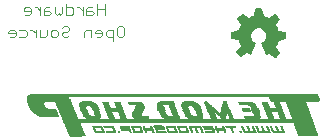
<source format=gbo>
G04 EAGLE Gerber RS-274X export*
G75*
%MOMM*%
%FSLAX34Y34*%
%LPD*%
%INSilkscreen Bottom*%
%IPPOS*%
%AMOC8*
5,1,8,0,0,1.08239X$1,22.5*%
G01*
%ADD10C,0.076200*%
%ADD11R,1.088137X0.010666*%
%ADD12R,1.301497X0.010669*%
%ADD13R,1.301494X0.010669*%
%ADD14R,1.632203X0.010669*%
%ADD15R,1.312163X0.010669*%
%ADD16R,1.642872X0.010666*%
%ADD17R,1.312163X0.010666*%
%ADD18R,1.322831X0.010669*%
%ADD19R,1.642872X0.010669*%
%ADD20R,1.312166X0.010669*%
%ADD21R,1.653541X0.010669*%
%ADD22R,1.322834X0.010669*%
%ADD23R,1.653538X0.010666*%
%ADD24R,1.322831X0.010666*%
%ADD25R,1.333500X0.010669*%
%ADD26R,1.664209X0.010669*%
%ADD27R,1.653541X0.010666*%
%ADD28R,1.333500X0.010666*%
%ADD29R,1.664209X0.010666*%
%ADD30R,1.664206X0.010669*%
%ADD31R,1.322834X0.010666*%
%ADD32R,0.960119X0.010669*%
%ADD33R,0.970788X0.010669*%
%ADD34R,0.202691X0.010669*%
%ADD35R,0.224028X0.010669*%
%ADD36R,0.202694X0.010669*%
%ADD37R,0.736094X0.010669*%
%ADD38R,0.213359X0.010669*%
%ADD39R,0.629413X0.010669*%
%ADD40R,0.736091X0.010669*%
%ADD41R,0.629409X0.010669*%
%ADD42R,0.234697X0.010669*%
%ADD43R,0.746759X0.010669*%
%ADD44R,0.618744X0.010669*%
%ADD45R,1.002791X0.010669*%
%ADD46R,1.002794X0.010669*%
%ADD47R,0.789434X0.010669*%
%ADD48R,0.693419X0.010669*%
%ADD49R,0.768097X0.010669*%
%ADD50R,0.693422X0.010669*%
%ADD51R,0.778766X0.010669*%
%ADD52R,1.024128X0.010666*%
%ADD53R,0.202694X0.010666*%
%ADD54R,0.234697X0.010666*%
%ADD55R,0.202691X0.010666*%
%ADD56R,0.213359X0.010666*%
%ADD57R,0.800100X0.010666*%
%ADD58R,0.736091X0.010666*%
%ADD59R,0.725422X0.010666*%
%ADD60R,1.045466X0.010669*%
%ADD61R,1.034797X0.010669*%
%ADD62R,1.045462X0.010669*%
%ADD63R,0.821434X0.010669*%
%ADD64R,0.757428X0.010669*%
%ADD65R,0.800100X0.010669*%
%ADD66R,0.810769X0.010669*%
%ADD67R,1.056131X0.010669*%
%ADD68R,0.821438X0.010669*%
%ADD69R,0.789431X0.010669*%
%ADD70R,0.234694X0.010669*%
%ADD71R,1.066800X0.010669*%
%ADD72R,0.842772X0.010669*%
%ADD73R,0.213363X0.010669*%
%ADD74R,0.832103X0.010669*%
%ADD75R,1.664206X0.010666*%
%ADD76R,1.066800X0.010666*%
%ADD77R,1.077466X0.010666*%
%ADD78R,1.077469X0.010666*%
%ADD79R,0.234694X0.010666*%
%ADD80R,0.842772X0.010666*%
%ADD81R,0.213363X0.010666*%
%ADD82R,0.832103X0.010666*%
%ADD83R,0.821438X0.010666*%
%ADD84R,0.853441X0.010666*%
%ADD85R,1.077469X0.010669*%
%ADD86R,0.192022X0.010669*%
%ADD87R,0.853441X0.010669*%
%ADD88R,0.832106X0.010669*%
%ADD89R,1.077466X0.010669*%
%ADD90R,1.088137X0.010669*%
%ADD91R,0.853438X0.010669*%
%ADD92R,1.088134X0.010669*%
%ADD93R,1.088134X0.010666*%
%ADD94R,0.224028X0.010666*%
%ADD95R,1.674878X0.010669*%
%ADD96R,0.192025X0.010669*%
%ADD97R,1.674875X0.010669*%
%ADD98R,0.192025X0.010666*%
%ADD99R,0.682753X0.010669*%
%ADD100R,1.674878X0.010666*%
%ADD101R,0.821434X0.010666*%
%ADD102R,0.736094X0.010666*%
%ADD103R,0.810769X0.010666*%
%ADD104R,0.192022X0.010666*%
%ADD105R,0.853438X0.010666*%
%ADD106R,0.864109X0.010669*%
%ADD107R,0.874778X0.010669*%
%ADD108R,0.874775X0.010669*%
%ADD109R,0.714756X0.010666*%
%ADD110R,1.674875X0.010666*%
%ADD111R,0.256034X0.010669*%
%ADD112R,0.245366X0.010669*%
%ADD113R,0.842775X0.010666*%
%ADD114R,0.864109X0.010666*%
%ADD115R,0.874775X0.010666*%
%ADD116R,0.864106X0.010669*%
%ADD117R,0.778763X0.010669*%
%ADD118R,1.344169X0.010669*%
%ADD119R,0.768097X0.010666*%
%ADD120R,0.704088X0.010666*%
%ADD121R,0.778766X0.010666*%
%ADD122R,0.693419X0.010666*%
%ADD123R,0.789431X0.010666*%
%ADD124R,0.704091X0.010666*%
%ADD125R,0.746762X0.010669*%
%ADD126R,0.992122X0.010669*%
%ADD127R,1.344166X0.010669*%
%ADD128R,1.344169X0.010666*%
%ADD129R,21.111972X0.010669*%
%ADD130R,21.122641X0.010666*%
%ADD131R,21.111972X0.010666*%
%ADD132R,21.122641X0.010669*%
%ADD133R,21.122637X0.010666*%
%ADD134R,21.122637X0.010669*%
%ADD135R,21.133306X0.010669*%
%ADD136R,21.133309X0.010669*%
%ADD137R,0.565403X0.010669*%
%ADD138R,1.098803X0.010669*%
%ADD139R,0.256031X0.010669*%
%ADD140R,0.138684X0.010669*%
%ADD141R,0.960122X0.010669*%
%ADD142R,1.280159X0.010669*%
%ADD143R,0.554737X0.010669*%
%ADD144R,0.245363X0.010669*%
%ADD145R,1.013459X0.010669*%
%ADD146R,1.120141X0.010669*%
%ADD147R,0.160019X0.010669*%
%ADD148R,0.992125X0.010669*%
%ADD149R,1.290828X0.010669*%
%ADD150R,0.554734X0.010669*%
%ADD151R,0.565406X0.010669*%
%ADD152R,0.565406X0.010666*%
%ADD153R,0.565403X0.010666*%
%ADD154R,1.130806X0.010666*%
%ADD155R,0.256031X0.010666*%
%ADD156R,0.170688X0.010666*%
%ADD157R,1.034797X0.010666*%
%ADD158R,1.312166X0.010666*%
%ADD159R,1.098803X0.010666*%
%ADD160R,0.554734X0.010666*%
%ADD161R,0.554737X0.010666*%
%ADD162R,1.152144X0.010669*%
%ADD163R,1.173481X0.010669*%
%ADD164R,0.576072X0.010669*%
%ADD165R,1.184147X0.010669*%
%ADD166R,1.120138X0.010669*%
%ADD167R,1.354838X0.010669*%
%ADD168R,1.205484X0.010666*%
%ADD169R,0.245366X0.010666*%
%ADD170R,1.152144X0.010666*%
%ADD171R,1.376172X0.010666*%
%ADD172R,1.194816X0.010666*%
%ADD173R,1.216153X0.010669*%
%ADD174R,1.386841X0.010669*%
%ADD175R,1.237488X0.010669*%
%ADD176R,0.277369X0.010669*%
%ADD177R,1.205484X0.010669*%
%ADD178R,1.397506X0.010669*%
%ADD179R,1.226819X0.010669*%
%ADD180R,0.544069X0.010669*%
%ADD181R,0.288038X0.010669*%
%ADD182R,1.248153X0.010666*%
%ADD183R,0.298706X0.010666*%
%ADD184R,1.418844X0.010666*%
%ADD185R,1.258825X0.010666*%
%ADD186R,1.248156X0.010666*%
%ADD187R,1.258822X0.010669*%
%ADD188R,0.330706X0.010669*%
%ADD189R,1.269491X0.010669*%
%ADD190R,1.429509X0.010669*%
%ADD191R,1.269494X0.010669*%
%ADD192R,0.341375X0.010669*%
%ADD193R,1.429512X0.010669*%
%ADD194R,0.362712X0.010669*%
%ADD195R,1.450850X0.010669*%
%ADD196R,1.290828X0.010666*%
%ADD197R,0.373378X0.010666*%
%ADD198R,1.450847X0.010666*%
%ADD199R,1.280163X0.010666*%
%ADD200R,0.394716X0.010669*%
%ADD201R,1.461516X0.010669*%
%ADD202R,0.544066X0.010669*%
%ADD203R,0.405384X0.010669*%
%ADD204R,1.472184X0.010669*%
%ADD205R,1.354834X0.010669*%
%ADD206R,0.426719X0.010669*%
%ADD207R,1.365506X0.010669*%
%ADD208R,1.365503X0.010669*%
%ADD209R,0.256034X0.010666*%
%ADD210R,0.448056X0.010666*%
%ADD211R,1.482853X0.010666*%
%ADD212R,0.266700X0.010669*%
%ADD213R,0.458725X0.010669*%
%ADD214R,1.482850X0.010669*%
%ADD215R,1.386838X0.010669*%
%ADD216R,0.480063X0.010669*%
%ADD217R,1.408175X0.010669*%
%ADD218R,1.493519X0.010669*%
%ADD219R,0.490728X0.010669*%
%ADD220R,1.418844X0.010669*%
%ADD221R,1.493522X0.010669*%
%ADD222R,0.693422X0.010666*%
%ADD223R,0.501397X0.010666*%
%ADD224R,0.586738X0.010666*%
%ADD225R,0.661416X0.010666*%
%ADD226R,0.576072X0.010666*%
%ADD227R,0.650750X0.010666*%
%ADD228R,0.640078X0.010666*%
%ADD229R,0.586741X0.010666*%
%ADD230R,0.650750X0.010669*%
%ADD231R,0.522731X0.010669*%
%ADD232R,0.586738X0.010669*%
%ADD233R,0.650747X0.010669*%
%ADD234R,0.586741X0.010669*%
%ADD235R,1.557528X0.010669*%
%ADD236R,0.618747X0.010669*%
%ADD237R,0.608075X0.010669*%
%ADD238R,0.597406X0.010669*%
%ADD239R,0.661416X0.010669*%
%ADD240R,1.589534X0.010669*%
%ADD241R,0.597409X0.010669*%
%ADD242R,0.672084X0.010669*%
%ADD243R,1.621538X0.010669*%
%ADD244R,0.597406X0.010666*%
%ADD245R,0.597409X0.010666*%
%ADD246R,1.696213X0.010666*%
%ADD247R,0.608078X0.010669*%
%ADD248R,0.704088X0.010669*%
%ADD249R,1.717550X0.010669*%
%ADD250R,0.725425X0.010669*%
%ADD251R,1.738884X0.010669*%
%ADD252R,0.640081X0.010669*%
%ADD253R,1.760222X0.010669*%
%ADD254R,0.544069X0.010666*%
%ADD255R,1.770888X0.010666*%
%ADD256R,0.661419X0.010669*%
%ADD257R,1.802891X0.010669*%
%ADD258R,1.813559X0.010669*%
%ADD259R,1.834894X0.010669*%
%ADD260R,0.725425X0.010666*%
%ADD261R,1.845562X0.010666*%
%ADD262R,1.856231X0.010669*%
%ADD263R,1.866900X0.010669*%
%ADD264R,1.877569X0.010669*%
%ADD265R,1.898906X0.010666*%
%ADD266R,1.909572X0.010669*%
%ADD267R,1.920241X0.010669*%
%ADD268R,1.930909X0.010669*%
%ADD269R,1.930906X0.010666*%
%ADD270R,0.576075X0.010669*%
%ADD271R,1.952244X0.010669*%
%ADD272R,1.962913X0.010669*%
%ADD273R,0.885444X0.010669*%
%ADD274R,1.962909X0.010669*%
%ADD275R,0.245363X0.010666*%
%ADD276R,1.973578X0.010666*%
%ADD277R,0.309372X0.010669*%
%ADD278R,1.984250X0.010669*%
%ADD279R,0.298703X0.010669*%
%ADD280R,1.994916X0.010669*%
%ADD281R,0.298706X0.010669*%
%ADD282R,2.005584X0.010669*%
%ADD283R,0.544066X0.010666*%
%ADD284R,0.309372X0.010666*%
%ADD285R,0.864106X0.010666*%
%ADD286R,1.344166X0.010666*%
%ADD287R,2.016253X0.010666*%
%ADD288R,2.016250X0.010669*%
%ADD289R,0.320038X0.010669*%
%ADD290R,2.026919X0.010669*%
%ADD291R,0.885444X0.010666*%
%ADD292R,2.037587X0.010666*%
%ADD293R,2.037591X0.010669*%
%ADD294R,2.048256X0.010669*%
%ADD295R,2.037587X0.010669*%
%ADD296R,0.608075X0.010666*%
%ADD297R,0.832106X0.010666*%
%ADD298R,2.048256X0.010666*%
%ADD299R,2.058925X0.010669*%
%ADD300R,2.058922X0.010669*%
%ADD301R,1.568194X0.010666*%
%ADD302R,0.746759X0.010666*%
%ADD303R,1.557528X0.010666*%
%ADD304R,2.069591X0.010666*%
%ADD305R,1.568197X0.010669*%
%ADD306R,2.069594X0.010669*%
%ADD307R,2.080262X0.010669*%
%ADD308R,1.578866X0.010669*%
%ADD309R,2.090928X0.010669*%
%ADD310R,1.568197X0.010666*%
%ADD311R,0.608078X0.010666*%
%ADD312R,0.746762X0.010666*%
%ADD313R,0.778763X0.010666*%
%ADD314R,2.090928X0.010666*%
%ADD315R,0.768094X0.010669*%
%ADD316R,0.896113X0.010669*%
%ADD317R,1.568194X0.010669*%
%ADD318R,0.885447X0.010669*%
%ADD319R,2.101597X0.010669*%
%ADD320R,1.578863X0.010666*%
%ADD321R,0.757428X0.010666*%
%ADD322R,0.896113X0.010666*%
%ADD323R,2.101594X0.010666*%
%ADD324R,2.112262X0.010669*%
%ADD325R,2.112266X0.010669*%
%ADD326R,1.578863X0.010669*%
%ADD327R,0.725422X0.010669*%
%ADD328R,2.122934X0.010669*%
%ADD329R,1.578866X0.010666*%
%ADD330R,0.885447X0.010666*%
%ADD331R,2.112262X0.010666*%
%ADD332R,0.714756X0.010669*%
%ADD333R,0.074675X0.010669*%
%ADD334R,1.696213X0.010669*%
%ADD335R,1.610869X0.010669*%
%ADD336R,0.682753X0.010666*%
%ADD337R,1.536194X0.010666*%
%ADD338R,1.504188X0.010669*%
%ADD339R,0.650747X0.010666*%
%ADD340R,1.440181X0.010669*%
%ADD341R,0.640078X0.010669*%
%ADD342R,1.418847X0.010669*%
%ADD343R,0.618744X0.010666*%
%ADD344R,1.408178X0.010666*%
%ADD345R,1.397509X0.010669*%
%ADD346R,1.386841X0.010666*%
%ADD347R,1.376172X0.010669*%
%ADD348R,0.533400X0.010669*%
%ADD349R,0.533400X0.010666*%
%ADD350R,0.522731X0.010666*%
%ADD351R,1.365506X0.010666*%
%ADD352R,0.512066X0.010669*%
%ADD353R,0.480063X0.010666*%
%ADD354R,0.576075X0.010666*%
%ADD355R,1.365503X0.010666*%
%ADD356R,0.480059X0.010669*%
%ADD357R,0.469391X0.010669*%
%ADD358R,0.458722X0.010669*%
%ADD359R,0.458722X0.010666*%
%ADD360R,0.458725X0.010666*%
%ADD361R,0.672084X0.010666*%
%ADD362R,0.448056X0.010669*%
%ADD363R,0.682750X0.010669*%
%ADD364R,0.426722X0.010669*%
%ADD365R,0.437388X0.010666*%
%ADD366R,0.416053X0.010666*%
%ADD367R,1.461516X0.010666*%
%ADD368R,0.629413X0.010666*%
%ADD369R,1.461519X0.010666*%
%ADD370R,1.354834X0.010666*%
%ADD371R,0.416053X0.010669*%
%ADD372R,1.440178X0.010669*%
%ADD373R,1.514853X0.010669*%
%ADD374R,0.394719X0.010669*%
%ADD375R,0.405384X0.010666*%
%ADD376R,0.394716X0.010666*%
%ADD377R,1.397509X0.010666*%
%ADD378R,1.493522X0.010666*%
%ADD379R,1.269494X0.010666*%
%ADD380R,1.397506X0.010666*%
%ADD381R,0.384047X0.010669*%
%ADD382R,1.482853X0.010669*%
%ADD383R,1.258825X0.010669*%
%ADD384R,1.248153X0.010669*%
%ADD385R,0.373381X0.010666*%
%ADD386R,0.352044X0.010666*%
%ADD387R,1.354838X0.010666*%
%ADD388R,0.373381X0.010669*%
%ADD389R,0.352044X0.010669*%
%ADD390R,1.450847X0.010669*%
%ADD391R,0.330709X0.010669*%
%ADD392R,1.280159X0.010666*%
%ADD393R,0.320041X0.010666*%
%ADD394R,1.194816X0.010669*%
%ADD395R,0.288034X0.010669*%
%ADD396R,1.173478X0.010669*%
%ADD397R,1.226822X0.010669*%
%ADD398R,1.237488X0.010666*%
%ADD399R,0.288034X0.010666*%
%ADD400R,1.205481X0.010666*%
%ADD401R,1.162813X0.010669*%
%ADD402R,1.205481X0.010669*%
%ADD403R,1.130806X0.010669*%
%ADD404R,1.130809X0.010669*%
%ADD405R,1.162813X0.010666*%
%ADD406R,0.288038X0.010666*%
%ADD407R,1.056131X0.010666*%
%ADD408R,1.141475X0.010669*%
%ADD409R,1.109472X0.010669*%
%ADD410R,0.906781X0.010669*%
%ADD411R,1.248156X0.010669*%
%ADD412R,0.906778X0.010669*%
%ADD413R,0.266700X0.010666*%
%ADD414R,1.472181X0.010669*%
%ADD415R,1.536191X0.010666*%
%ADD416R,1.685544X0.010669*%
%ADD417R,1.600200X0.010669*%
%ADD418R,4.096509X0.010669*%
%ADD419R,3.680459X0.010669*%
%ADD420R,4.139181X0.010669*%
%ADD421R,3.669791X0.010669*%
%ADD422R,4.171188X0.010666*%
%ADD423R,3.669791X0.010666*%
%ADD424R,4.160519X0.010669*%
%ADD425R,4.171188X0.010669*%
%ADD426R,3.659125X0.010669*%
%ADD427R,4.181853X0.010666*%
%ADD428R,3.659125X0.010666*%
%ADD429R,4.181853X0.010669*%
%ADD430R,4.181856X0.010669*%
%ADD431R,3.648456X0.010669*%
%ADD432R,4.181856X0.010666*%
%ADD433R,3.637788X0.010666*%
%ADD434R,3.637788X0.010669*%
%ADD435R,4.192525X0.010669*%
%ADD436R,3.627119X0.010669*%
%ADD437R,3.627119X0.010666*%
%ADD438R,4.192522X0.010669*%
%ADD439R,3.616453X0.010669*%
%ADD440R,3.605784X0.010669*%
%ADD441R,4.192522X0.010666*%
%ADD442R,3.605784X0.010666*%
%ADD443R,3.584447X0.010669*%
%ADD444R,4.203194X0.010666*%
%ADD445R,3.573778X0.010666*%
%ADD446R,3.573778X0.010669*%
%ADD447R,3.563109X0.010669*%
%ADD448R,4.203194X0.010669*%
%ADD449R,3.552444X0.010669*%
%ADD450R,4.192525X0.010666*%
%ADD451R,3.552444X0.010666*%
%ADD452R,3.541775X0.010669*%
%ADD453R,4.203191X0.010669*%
%ADD454R,3.531109X0.010669*%
%ADD455R,3.520441X0.010669*%
%ADD456R,3.509772X0.010669*%
%ADD457R,4.203191X0.010666*%
%ADD458R,3.509772X0.010666*%
%ADD459R,3.499103X0.010669*%
%ADD460R,3.488434X0.010669*%
%ADD461R,3.477769X0.010669*%
%ADD462R,20.994625X0.010666*%
%ADD463R,3.467100X0.010666*%
%ADD464R,24.611075X0.010669*%
%ADD465R,24.600409X0.010669*%
%ADD466R,24.589741X0.010669*%
%ADD467R,24.579072X0.010666*%
%ADD468R,24.579072X0.010669*%
%ADD469R,24.557734X0.010669*%
%ADD470R,24.547066X0.010669*%
%ADD471R,24.536400X0.010666*%
%ADD472R,24.525734X0.010669*%
%ADD473R,24.515066X0.010669*%
%ADD474R,24.493728X0.010669*%
%ADD475R,24.483059X0.010666*%
%ADD476R,24.461725X0.010669*%
%ADD477R,24.440387X0.010669*%
%ADD478R,24.419053X0.010669*%
%ADD479R,24.387047X0.010666*%
%ADD480R,24.344375X0.010669*%
%ADD481R,24.301703X0.010669*%
%ADD482R,24.269700X0.010669*%
%ADD483R,24.205694X0.010669*%
%ADD484R,24.024334X0.010666*%
%ADD485R,0.010666X0.010666*%

G36*
X286525Y122633D02*
X286525Y122633D01*
X286578Y122639D01*
X286599Y122652D01*
X286610Y122655D01*
X286619Y122664D01*
X286647Y122681D01*
X287536Y123443D01*
X287537Y123444D01*
X287540Y123446D01*
X288683Y124462D01*
X288685Y124466D01*
X288693Y124472D01*
X289582Y125361D01*
X289585Y125366D01*
X289593Y125372D01*
X290609Y126515D01*
X290624Y126548D01*
X290638Y126563D01*
X290641Y126580D01*
X290664Y126618D01*
X290664Y126631D01*
X290669Y126642D01*
X290662Y126701D01*
X290661Y126759D01*
X290653Y126774D01*
X290652Y126782D01*
X290644Y126792D01*
X290624Y126832D01*
X287038Y131778D01*
X287844Y133160D01*
X287845Y133165D01*
X287852Y133174D01*
X288360Y134190D01*
X288362Y134202D01*
X288376Y134230D01*
X288757Y135500D01*
X288757Y135502D01*
X288758Y135504D01*
X289222Y137127D01*
X295286Y138117D01*
X295345Y138145D01*
X295405Y138171D01*
X295409Y138176D01*
X295413Y138178D01*
X295448Y138233D01*
X295486Y138287D01*
X295487Y138294D01*
X295489Y138297D01*
X295489Y138306D01*
X295499Y138367D01*
X295499Y143955D01*
X295480Y144018D01*
X295465Y144082D01*
X295461Y144086D01*
X295459Y144091D01*
X295410Y144134D01*
X295363Y144179D01*
X295357Y144182D01*
X295354Y144184D01*
X295345Y144186D01*
X295286Y144205D01*
X289200Y145199D01*
X288881Y145944D01*
X288505Y147324D01*
X288498Y147334D01*
X288490Y147363D01*
X287728Y149014D01*
X287722Y149021D01*
X287715Y149039D01*
X287037Y150169D01*
X290501Y155242D01*
X290521Y155302D01*
X290544Y155360D01*
X290543Y155368D01*
X290545Y155376D01*
X290530Y155437D01*
X290519Y155498D01*
X290512Y155507D01*
X290511Y155513D01*
X290503Y155521D01*
X290471Y155564D01*
X289842Y156194D01*
X288831Y157332D01*
X288826Y157334D01*
X288820Y157342D01*
X287550Y158612D01*
X287542Y158617D01*
X287527Y158633D01*
X286384Y159522D01*
X286337Y159541D01*
X286293Y159567D01*
X286272Y159567D01*
X286253Y159574D01*
X286203Y159565D01*
X286152Y159564D01*
X286126Y159551D01*
X286114Y159548D01*
X286106Y159540D01*
X286080Y159527D01*
X281132Y155940D01*
X279496Y156875D01*
X279486Y156878D01*
X279464Y156890D01*
X278194Y157398D01*
X278189Y157399D01*
X278180Y157404D01*
X276420Y157990D01*
X275429Y163936D01*
X275406Y163984D01*
X275390Y164034D01*
X275376Y164046D01*
X275368Y164063D01*
X275323Y164091D01*
X275283Y164125D01*
X275258Y164132D01*
X275249Y164138D01*
X275236Y164138D01*
X275204Y164146D01*
X273934Y164273D01*
X273926Y164272D01*
X273909Y164275D01*
X270988Y164275D01*
X270981Y164273D01*
X270967Y164274D01*
X269443Y164147D01*
X269394Y164128D01*
X269342Y164116D01*
X269329Y164103D01*
X269312Y164096D01*
X269280Y164054D01*
X269242Y164016D01*
X269234Y163992D01*
X269227Y163983D01*
X269226Y163971D01*
X269215Y163940D01*
X268103Y157882D01*
X267123Y157664D01*
X267112Y157658D01*
X267075Y157649D01*
X264789Y156633D01*
X264784Y156628D01*
X264769Y156623D01*
X263766Y156065D01*
X258689Y159656D01*
X258647Y159671D01*
X258609Y159694D01*
X258581Y159693D01*
X258555Y159702D01*
X258512Y159692D01*
X258468Y159691D01*
X258431Y159673D01*
X258418Y159670D01*
X258412Y159664D01*
X258395Y159655D01*
X257506Y159020D01*
X257501Y159014D01*
X257487Y159005D01*
X256471Y158116D01*
X256467Y158111D01*
X256458Y158104D01*
X255188Y156834D01*
X255184Y156826D01*
X255170Y156813D01*
X254154Y155543D01*
X254134Y155496D01*
X254107Y155451D01*
X254107Y155431D01*
X254100Y155413D01*
X254108Y155362D01*
X254109Y155310D01*
X254122Y155286D01*
X254124Y155274D01*
X254132Y155265D01*
X254146Y155238D01*
X257612Y150409D01*
X257558Y150299D01*
X256673Y148782D01*
X256670Y148774D01*
X256661Y148759D01*
X256026Y147362D01*
X256024Y147352D01*
X256014Y147332D01*
X255551Y145828D01*
X249480Y144712D01*
X249434Y144690D01*
X249385Y144674D01*
X249372Y144659D01*
X249353Y144649D01*
X249327Y144606D01*
X249294Y144567D01*
X249287Y144539D01*
X249281Y144529D01*
X249281Y144517D01*
X249273Y144488D01*
X249146Y143218D01*
X249146Y143216D01*
X249019Y141819D01*
X249021Y141812D01*
X249018Y141796D01*
X249018Y138875D01*
X249036Y138815D01*
X249049Y138753D01*
X249055Y138748D01*
X249057Y138740D01*
X249105Y138698D01*
X249149Y138653D01*
X249159Y138650D01*
X249163Y138646D01*
X249174Y138645D01*
X249226Y138626D01*
X255288Y137513D01*
X255757Y135639D01*
X255760Y135633D01*
X255762Y135620D01*
X256270Y134096D01*
X256277Y134086D01*
X256292Y134049D01*
X257099Y132664D01*
X253508Y127462D01*
X253493Y127417D01*
X253469Y127375D01*
X253471Y127351D01*
X253463Y127328D01*
X253475Y127282D01*
X253477Y127234D01*
X253494Y127204D01*
X253497Y127192D01*
X253505Y127184D01*
X253516Y127163D01*
X254405Y126020D01*
X254410Y126016D01*
X254416Y126007D01*
X255432Y124864D01*
X255436Y124861D01*
X255442Y124853D01*
X256331Y123964D01*
X256336Y123961D01*
X256344Y123953D01*
X257360Y123064D01*
X257410Y123040D01*
X257457Y123011D01*
X257473Y123011D01*
X257487Y123004D01*
X257543Y123011D01*
X257598Y123011D01*
X257617Y123021D01*
X257627Y123022D01*
X257637Y123030D01*
X257672Y123047D01*
X262610Y126504D01*
X263990Y125584D01*
X264002Y125580D01*
X264033Y125560D01*
X265557Y124925D01*
X265575Y124923D01*
X265590Y124914D01*
X265644Y124916D01*
X265697Y124910D01*
X265713Y124917D01*
X265731Y124918D01*
X265776Y124948D01*
X265824Y124971D01*
X265833Y124986D01*
X265848Y124996D01*
X265890Y125066D01*
X269827Y134972D01*
X269833Y135035D01*
X269842Y135098D01*
X269839Y135105D01*
X269840Y135112D01*
X269811Y135169D01*
X269786Y135227D01*
X269779Y135233D01*
X269777Y135238D01*
X269767Y135243D01*
X269725Y135280D01*
X268582Y135989D01*
X267627Y136898D01*
X266877Y137983D01*
X266364Y139198D01*
X266110Y140492D01*
X266125Y141810D01*
X266408Y143098D01*
X266948Y144301D01*
X267722Y145369D01*
X268697Y146256D01*
X269833Y146926D01*
X271081Y147350D01*
X272390Y147511D01*
X273742Y147391D01*
X275037Y146984D01*
X276214Y146310D01*
X277221Y145399D01*
X278008Y144294D01*
X278541Y143046D01*
X278794Y141713D01*
X278756Y140357D01*
X278429Y139040D01*
X277827Y137823D01*
X276979Y136764D01*
X275923Y135911D01*
X274685Y135292D01*
X274634Y135244D01*
X274582Y135197D01*
X274581Y135196D01*
X274563Y135128D01*
X274545Y135062D01*
X274545Y135061D01*
X274545Y135060D01*
X274546Y135058D01*
X274559Y134982D01*
X278115Y124822D01*
X278135Y124794D01*
X278146Y124762D01*
X278175Y124738D01*
X278197Y124707D01*
X278228Y124694D01*
X278254Y124673D01*
X278292Y124668D01*
X278327Y124653D01*
X278361Y124659D01*
X278394Y124655D01*
X278460Y124677D01*
X278466Y124678D01*
X278468Y124680D01*
X278471Y124681D01*
X281258Y126135D01*
X286339Y122664D01*
X286390Y122648D01*
X286438Y122624D01*
X286456Y122626D01*
X286473Y122620D01*
X286525Y122633D01*
G37*
D10*
X153879Y149466D02*
X157014Y149466D01*
X158582Y147898D01*
X158582Y141627D01*
X157014Y140060D01*
X153879Y140060D01*
X152311Y141627D01*
X152311Y147898D01*
X153879Y149466D01*
X149226Y146330D02*
X149226Y136924D01*
X149226Y146330D02*
X144523Y146330D01*
X142956Y144763D01*
X142956Y141627D01*
X144523Y140060D01*
X149226Y140060D01*
X138304Y140060D02*
X135168Y140060D01*
X138304Y140060D02*
X139871Y141627D01*
X139871Y144763D01*
X138304Y146330D01*
X135168Y146330D01*
X133601Y144763D01*
X133601Y143195D01*
X139871Y143195D01*
X130516Y140060D02*
X130516Y146330D01*
X125813Y146330D01*
X124245Y144763D01*
X124245Y140060D01*
X107103Y149466D02*
X105535Y147898D01*
X107103Y149466D02*
X110238Y149466D01*
X111806Y147898D01*
X111806Y146330D01*
X110238Y144763D01*
X107103Y144763D01*
X105535Y143195D01*
X105535Y141627D01*
X107103Y140060D01*
X110238Y140060D01*
X111806Y141627D01*
X100883Y140060D02*
X97748Y140060D01*
X96180Y141627D01*
X96180Y144763D01*
X97748Y146330D01*
X100883Y146330D01*
X102451Y144763D01*
X102451Y141627D01*
X100883Y140060D01*
X93095Y141627D02*
X93095Y146330D01*
X93095Y141627D02*
X91528Y140060D01*
X86825Y140060D01*
X86825Y146330D01*
X83740Y146330D02*
X83740Y140060D01*
X83740Y143195D02*
X80605Y146330D01*
X79037Y146330D01*
X74377Y146330D02*
X69674Y146330D01*
X74377Y146330D02*
X75944Y144763D01*
X75944Y141627D01*
X74377Y140060D01*
X69674Y140060D01*
X65021Y140060D02*
X61886Y140060D01*
X65021Y140060D02*
X66589Y141627D01*
X66589Y144763D01*
X65021Y146330D01*
X61886Y146330D01*
X60318Y144763D01*
X60318Y143195D01*
X66589Y143195D01*
X141957Y159060D02*
X141957Y168466D01*
X141957Y163763D02*
X135686Y163763D01*
X135686Y168466D02*
X135686Y159060D01*
X131034Y165330D02*
X127899Y165330D01*
X126331Y163763D01*
X126331Y159060D01*
X131034Y159060D01*
X132602Y160627D01*
X131034Y162195D01*
X126331Y162195D01*
X123247Y159060D02*
X123247Y165330D01*
X123247Y162195D02*
X120111Y165330D01*
X118544Y165330D01*
X109180Y168466D02*
X109180Y159060D01*
X113883Y159060D01*
X115451Y160627D01*
X115451Y163763D01*
X113883Y165330D01*
X109180Y165330D01*
X106095Y165330D02*
X106095Y160627D01*
X104528Y159060D01*
X102960Y160627D01*
X101392Y159060D01*
X99825Y160627D01*
X99825Y165330D01*
X95173Y165330D02*
X92037Y165330D01*
X90469Y163763D01*
X90469Y159060D01*
X95173Y159060D01*
X96740Y160627D01*
X95173Y162195D01*
X90469Y162195D01*
X87385Y159060D02*
X87385Y165330D01*
X87385Y162195D02*
X84250Y165330D01*
X82682Y165330D01*
X78021Y159060D02*
X74886Y159060D01*
X78021Y159060D02*
X79589Y160627D01*
X79589Y163763D01*
X78021Y165330D01*
X74886Y165330D01*
X73318Y163763D01*
X73318Y162195D01*
X79589Y162195D01*
D11*
X117967Y55801D03*
D12*
X119033Y55908D03*
D13*
X118927Y56015D03*
D14*
X314418Y56121D03*
D15*
X118873Y56121D03*
D16*
X314365Y56228D03*
D17*
X118873Y56228D03*
D14*
X314311Y56335D03*
D18*
X118820Y56335D03*
D19*
X314258Y56441D03*
D20*
X118767Y56441D03*
D21*
X314205Y56548D03*
D22*
X118713Y56548D03*
D19*
X314151Y56655D03*
D22*
X118713Y56655D03*
D23*
X314098Y56761D03*
D24*
X118607Y56761D03*
D21*
X313991Y56868D03*
D25*
X118553Y56868D03*
D21*
X313991Y56975D03*
D25*
X118553Y56975D03*
D26*
X313938Y57082D03*
D25*
X118447Y57082D03*
D27*
X313884Y57188D03*
D28*
X118447Y57188D03*
D26*
X313831Y57295D03*
D25*
X118340Y57295D03*
D26*
X313831Y57402D03*
D25*
X118340Y57402D03*
D26*
X313724Y57508D03*
D25*
X118340Y57508D03*
D29*
X313724Y57615D03*
D28*
X118233Y57615D03*
D21*
X313671Y57722D03*
D25*
X118233Y57722D03*
D30*
X313618Y57828D03*
D25*
X118127Y57828D03*
D30*
X313618Y57935D03*
D25*
X118127Y57935D03*
D27*
X313564Y58042D03*
D28*
X118020Y58042D03*
D26*
X313511Y58148D03*
D25*
X118020Y58148D03*
D26*
X313511Y58255D03*
D25*
X117913Y58255D03*
D26*
X313404Y58362D03*
D25*
X117913Y58362D03*
D29*
X313404Y58468D03*
D31*
X117860Y58468D03*
D26*
X313404Y58575D03*
D25*
X117807Y58575D03*
D26*
X313298Y58682D03*
D32*
X289935Y58682D03*
D33*
X277720Y58682D03*
X265665Y58682D03*
D34*
X257344Y58682D03*
D35*
X250730Y58682D03*
D36*
X244222Y58682D03*
X238035Y58682D03*
D37*
X230887Y58682D03*
D38*
X224967Y58682D03*
D34*
X220539Y58682D03*
X216059Y58682D03*
D39*
X209551Y58682D03*
D40*
X200377Y58682D03*
X190669Y58682D03*
D36*
X183415Y58682D03*
X177227Y58682D03*
D41*
X170720Y58682D03*
D42*
X164052Y58682D03*
D38*
X154238Y58682D03*
D43*
X147090Y58682D03*
D44*
X137916Y58682D03*
D25*
X117807Y58682D03*
D26*
X313298Y58788D03*
D45*
X289721Y58788D03*
D46*
X277560Y58788D03*
D45*
X265398Y58788D03*
D38*
X257291Y58788D03*
D35*
X250730Y58788D03*
D36*
X244222Y58788D03*
X238035Y58788D03*
D47*
X231154Y58788D03*
D34*
X224913Y58788D03*
X220539Y58788D03*
X216059Y58788D03*
D48*
X209551Y58788D03*
D49*
X200110Y58788D03*
X190402Y58788D03*
D36*
X183308Y58788D03*
X177227Y58788D03*
D50*
X170720Y58788D03*
D35*
X163999Y58788D03*
D34*
X154185Y58788D03*
D51*
X147250Y58788D03*
D50*
X137862Y58788D03*
D25*
X117700Y58788D03*
D29*
X313298Y58895D03*
D52*
X289508Y58895D03*
X277453Y58895D03*
X265292Y58895D03*
D53*
X257237Y58895D03*
D54*
X250677Y58895D03*
D55*
X244116Y58895D03*
D56*
X237982Y58895D03*
D57*
X231207Y58895D03*
D55*
X224913Y58895D03*
X220433Y58895D03*
D56*
X216006Y58895D03*
D58*
X209445Y58895D03*
D57*
X199950Y58895D03*
X190242Y58895D03*
D53*
X183308Y58895D03*
X177121Y58895D03*
D58*
X170613Y58895D03*
D54*
X163946Y58895D03*
D55*
X154185Y58895D03*
D57*
X147250Y58895D03*
D59*
X137809Y58895D03*
D28*
X117700Y58895D03*
D30*
X313191Y59002D03*
D60*
X289401Y59002D03*
D61*
X277293Y59002D03*
D62*
X265185Y59002D03*
D36*
X257237Y59002D03*
D35*
X250623Y59002D03*
D34*
X244116Y59002D03*
X237928Y59002D03*
D63*
X231207Y59002D03*
D38*
X224860Y59002D03*
D34*
X220433Y59002D03*
X215952Y59002D03*
D64*
X209445Y59002D03*
D65*
X199844Y59002D03*
X190136Y59002D03*
D34*
X183201Y59002D03*
D36*
X177121Y59002D03*
D64*
X170613Y59002D03*
D35*
X163892Y59002D03*
D36*
X154078Y59002D03*
D66*
X147304Y59002D03*
D64*
X137756Y59002D03*
D18*
X117647Y59002D03*
D30*
X313191Y59108D03*
D60*
X289295Y59108D03*
D67*
X277187Y59108D03*
D62*
X265078Y59108D03*
D36*
X257131Y59108D03*
D42*
X250570Y59108D03*
D34*
X244009Y59108D03*
X237928Y59108D03*
D63*
X231207Y59108D03*
D36*
X224807Y59108D03*
X220326Y59108D03*
D34*
X215952Y59108D03*
D51*
X209445Y59108D03*
D68*
X199737Y59108D03*
X190029Y59108D03*
D34*
X183201Y59108D03*
X177014Y59108D03*
D69*
X170560Y59108D03*
D70*
X163839Y59108D03*
D36*
X154078Y59108D03*
D68*
X147357Y59108D03*
D51*
X137756Y59108D03*
D25*
X117593Y59108D03*
D30*
X313191Y59215D03*
D67*
X289241Y59215D03*
X277080Y59215D03*
D71*
X264972Y59215D03*
D36*
X257131Y59215D03*
D35*
X250517Y59215D03*
D34*
X244009Y59215D03*
X237822Y59215D03*
D72*
X231207Y59215D03*
D73*
X224753Y59215D03*
D36*
X220326Y59215D03*
X215846Y59215D03*
D65*
X209338Y59215D03*
D63*
X199630Y59215D03*
X189922Y59215D03*
D34*
X183201Y59215D03*
X177014Y59215D03*
D65*
X170507Y59215D03*
D70*
X163839Y59215D03*
D73*
X154024Y59215D03*
D74*
X147304Y59215D03*
D65*
X137649Y59215D03*
D18*
X117540Y59215D03*
D30*
X313084Y59322D03*
D71*
X289188Y59322D03*
X277027Y59322D03*
X264865Y59322D03*
D34*
X257024Y59322D03*
D70*
X250463Y59322D03*
D34*
X244009Y59322D03*
X237822Y59322D03*
D72*
X231207Y59322D03*
D36*
X224700Y59322D03*
D73*
X220273Y59322D03*
D36*
X215846Y59322D03*
D63*
X209338Y59322D03*
D74*
X199577Y59322D03*
X189869Y59322D03*
D34*
X183095Y59322D03*
X177014Y59322D03*
D68*
X170507Y59322D03*
D35*
X163786Y59322D03*
D36*
X153971Y59322D03*
D72*
X147357Y59322D03*
D66*
X137596Y59322D03*
D25*
X117487Y59322D03*
D75*
X313084Y59428D03*
D76*
X289081Y59428D03*
D77*
X276973Y59428D03*
D78*
X264812Y59428D03*
D55*
X257024Y59428D03*
D79*
X250463Y59428D03*
D53*
X243902Y59428D03*
D55*
X237715Y59428D03*
D80*
X231207Y59428D03*
D53*
X224700Y59428D03*
X220219Y59428D03*
D81*
X215792Y59428D03*
D82*
X209285Y59428D03*
D80*
X199524Y59428D03*
X189816Y59428D03*
D55*
X183095Y59428D03*
X176907Y59428D03*
D83*
X170400Y59428D03*
D54*
X163732Y59428D03*
D53*
X153971Y59428D03*
D84*
X147304Y59428D03*
D83*
X137542Y59428D03*
D24*
X117433Y59428D03*
D30*
X313084Y59535D03*
D85*
X289028Y59535D03*
X276867Y59535D03*
X264812Y59535D03*
D86*
X256971Y59535D03*
D35*
X250410Y59535D03*
D36*
X243902Y59535D03*
D34*
X237715Y59535D03*
D87*
X231154Y59535D03*
D34*
X224593Y59535D03*
D36*
X220219Y59535D03*
X215739Y59535D03*
D88*
X209178Y59535D03*
D72*
X199417Y59535D03*
X189709Y59535D03*
D36*
X182988Y59535D03*
D34*
X176907Y59535D03*
D74*
X170347Y59535D03*
D35*
X163679Y59535D03*
D34*
X153864Y59535D03*
D87*
X147304Y59535D03*
D74*
X137489Y59535D03*
D25*
X117380Y59535D03*
D26*
X312978Y59642D03*
D89*
X288921Y59642D03*
D90*
X276813Y59642D03*
D85*
X264705Y59642D03*
D34*
X256917Y59642D03*
D42*
X250357Y59642D03*
D36*
X243796Y59642D03*
D34*
X237715Y59642D03*
D87*
X231154Y59642D03*
D34*
X224593Y59642D03*
X220113Y59642D03*
D36*
X215739Y59642D03*
D88*
X209178Y59642D03*
D91*
X199363Y59642D03*
D87*
X189656Y59642D03*
D36*
X182988Y59642D03*
X176801Y59642D03*
D74*
X170347Y59642D03*
D42*
X163626Y59642D03*
D34*
X153864Y59642D03*
D72*
X147250Y59642D03*
X137436Y59642D03*
D25*
X117380Y59642D03*
D26*
X312978Y59749D03*
D92*
X288868Y59749D03*
D85*
X276760Y59749D03*
D90*
X264652Y59749D03*
D34*
X256917Y59749D03*
D35*
X250303Y59749D03*
D36*
X243796Y59749D03*
X237608Y59749D03*
D87*
X231047Y59749D03*
D38*
X224540Y59749D03*
D34*
X220113Y59749D03*
X215632Y59749D03*
D72*
X209125Y59749D03*
X199310Y59749D03*
D87*
X189549Y59749D03*
D36*
X182988Y59749D03*
X176801Y59749D03*
D72*
X170293Y59749D03*
D35*
X163572Y59749D03*
D34*
X153758Y59749D03*
D87*
X147197Y59749D03*
D72*
X137436Y59749D03*
D22*
X117327Y59749D03*
D29*
X312978Y59855D03*
D93*
X288868Y59855D03*
D11*
X276706Y59855D03*
D78*
X264598Y59855D03*
D53*
X256811Y59855D03*
D54*
X250250Y59855D03*
D53*
X243796Y59855D03*
X237608Y59855D03*
D84*
X231047Y59855D03*
D55*
X224487Y59855D03*
D56*
X220059Y59855D03*
D55*
X215632Y59855D03*
D84*
X209071Y59855D03*
X199257Y59855D03*
D94*
X186295Y59855D03*
D53*
X182881Y59855D03*
X176801Y59855D03*
D84*
X170240Y59855D03*
D94*
X163572Y59855D03*
D55*
X153758Y59855D03*
D84*
X147197Y59855D03*
D80*
X137329Y59855D03*
D28*
X117273Y59855D03*
D95*
X312924Y59962D03*
D36*
X293189Y59962D03*
X288708Y59962D03*
X284334Y59962D03*
D38*
X281080Y59962D03*
X276600Y59962D03*
D96*
X272226Y59962D03*
D38*
X268919Y59962D03*
D34*
X264492Y59962D03*
X260118Y59962D03*
D36*
X256811Y59962D03*
D42*
X250250Y59962D03*
D34*
X243689Y59962D03*
X237502Y59962D03*
X234301Y59962D03*
X224487Y59962D03*
X220006Y59962D03*
D38*
X215579Y59962D03*
D36*
X212325Y59962D03*
D34*
X205818Y59962D03*
D73*
X202457Y59962D03*
D96*
X195950Y59962D03*
D35*
X186189Y59962D03*
D36*
X182881Y59962D03*
X176694Y59962D03*
D86*
X173440Y59962D03*
D96*
X166933Y59962D03*
D42*
X163519Y59962D03*
D96*
X153704Y59962D03*
D34*
X150344Y59962D03*
X140529Y59962D03*
D36*
X134022Y59962D03*
D18*
X117220Y59962D03*
D26*
X312871Y60069D03*
D36*
X293189Y60069D03*
X288708Y60069D03*
D96*
X284281Y60069D03*
D34*
X281027Y60069D03*
X276546Y60069D03*
X272173Y60069D03*
D38*
X268919Y60069D03*
D34*
X264492Y60069D03*
D86*
X260064Y60069D03*
D35*
X250197Y60069D03*
D34*
X243689Y60069D03*
X237502Y60069D03*
X234301Y60069D03*
X224380Y60069D03*
X220006Y60069D03*
X215526Y60069D03*
D96*
X212272Y60069D03*
D34*
X205711Y60069D03*
D36*
X202404Y60069D03*
D96*
X195843Y60069D03*
D35*
X186189Y60069D03*
D34*
X182775Y60069D03*
D36*
X176694Y60069D03*
D86*
X173440Y60069D03*
D36*
X166879Y60069D03*
D35*
X163466Y60069D03*
D34*
X150344Y60069D03*
X140529Y60069D03*
D36*
X134022Y60069D03*
D25*
X117167Y60069D03*
D97*
X312818Y60175D03*
D36*
X293082Y60175D03*
X288708Y60175D03*
X284227Y60175D03*
D34*
X281027Y60175D03*
X276546Y60175D03*
D86*
X272119Y60175D03*
D34*
X268866Y60175D03*
X264385Y60175D03*
X260011Y60175D03*
D42*
X250143Y60175D03*
D34*
X243582Y60175D03*
X237502Y60175D03*
X234195Y60175D03*
X224380Y60175D03*
D36*
X219899Y60175D03*
D38*
X215472Y60175D03*
D36*
X212218Y60175D03*
D34*
X205711Y60175D03*
D38*
X202351Y60175D03*
D96*
X195843Y60175D03*
D35*
X186082Y60175D03*
D34*
X182775Y60175D03*
X176587Y60175D03*
X173387Y60175D03*
D96*
X166826Y60175D03*
D70*
X163412Y60175D03*
D34*
X150344Y60175D03*
X140529Y60175D03*
X133915Y60175D03*
D18*
X117113Y60175D03*
D75*
X312764Y60282D03*
D53*
X293082Y60282D03*
D55*
X288601Y60282D03*
D53*
X284227Y60282D03*
D55*
X280920Y60282D03*
X276546Y60282D03*
X272066Y60282D03*
X268866Y60282D03*
X264385Y60282D03*
D98*
X259958Y60282D03*
D94*
X250090Y60282D03*
D55*
X243582Y60282D03*
X237395Y60282D03*
X234195Y60282D03*
D56*
X224327Y60282D03*
D53*
X219899Y60282D03*
X215419Y60282D03*
X212218Y60282D03*
X205604Y60282D03*
D55*
X202297Y60282D03*
D98*
X195736Y60282D03*
D94*
X186082Y60282D03*
D55*
X182775Y60282D03*
X176587Y60282D03*
X173387Y60282D03*
X166773Y60282D03*
D94*
X163359Y60282D03*
D55*
X150344Y60282D03*
X140423Y60282D03*
X133915Y60282D03*
D24*
X117113Y60282D03*
D30*
X312764Y60389D03*
D38*
X293029Y60389D03*
D34*
X288601Y60389D03*
X284121Y60389D03*
X280920Y60389D03*
X276440Y60389D03*
X272066Y60389D03*
D36*
X268759Y60389D03*
D34*
X264385Y60389D03*
D36*
X259904Y60389D03*
D70*
X250036Y60389D03*
D34*
X243582Y60389D03*
X237395Y60389D03*
X234195Y60389D03*
D36*
X224273Y60389D03*
D73*
X219846Y60389D03*
D36*
X215419Y60389D03*
D96*
X212165Y60389D03*
D36*
X205604Y60389D03*
D34*
X202297Y60389D03*
D96*
X195736Y60389D03*
D70*
X186028Y60389D03*
D34*
X182668Y60389D03*
D86*
X176534Y60389D03*
D34*
X173280Y60389D03*
X166773Y60389D03*
D35*
X163359Y60389D03*
D34*
X150237Y60389D03*
X140423Y60389D03*
D86*
X133862Y60389D03*
D25*
X117060Y60389D03*
D97*
X312711Y60495D03*
D34*
X292975Y60495D03*
X288495Y60495D03*
X284121Y60495D03*
D38*
X280867Y60495D03*
D34*
X276440Y60495D03*
X271959Y60495D03*
D36*
X268759Y60495D03*
X264278Y60495D03*
X259904Y60495D03*
D70*
X250036Y60495D03*
D36*
X243476Y60495D03*
D34*
X237288Y60495D03*
D36*
X234088Y60495D03*
X224273Y60495D03*
X219793Y60495D03*
D73*
X215365Y60495D03*
D34*
X212112Y60495D03*
X205498Y60495D03*
D38*
X202244Y60495D03*
D86*
X195630Y60495D03*
D35*
X185975Y60495D03*
D34*
X182668Y60495D03*
X176481Y60495D03*
X173280Y60495D03*
X166666Y60495D03*
D42*
X163306Y60495D03*
D34*
X150237Y60495D03*
X140423Y60495D03*
X133809Y60495D03*
D18*
X117007Y60495D03*
D30*
X312658Y60602D03*
D34*
X292975Y60602D03*
X288495Y60602D03*
X284014Y60602D03*
D36*
X280814Y60602D03*
X276333Y60602D03*
D34*
X271959Y60602D03*
D73*
X268705Y60602D03*
D36*
X264278Y60602D03*
X259798Y60602D03*
D35*
X249983Y60602D03*
D36*
X243476Y60602D03*
D34*
X237288Y60602D03*
D36*
X234088Y60602D03*
D34*
X224167Y60602D03*
D36*
X219793Y60602D03*
X215312Y60602D03*
D34*
X212112Y60602D03*
X205498Y60602D03*
X202191Y60602D03*
D86*
X195630Y60602D03*
D35*
X185975Y60602D03*
D36*
X182561Y60602D03*
D34*
X176481Y60602D03*
X173280Y60602D03*
X166666Y60602D03*
D35*
X163252Y60602D03*
D38*
X150184Y60602D03*
D36*
X140316Y60602D03*
D34*
X133809Y60602D03*
D25*
X116953Y60602D03*
D75*
X312658Y60709D03*
D55*
X292869Y60709D03*
D56*
X288441Y60709D03*
D55*
X284014Y60709D03*
D53*
X280814Y60709D03*
X276333Y60709D03*
X271853Y60709D03*
X268652Y60709D03*
D55*
X264172Y60709D03*
D53*
X259798Y60709D03*
D54*
X249930Y60709D03*
D53*
X243369Y60709D03*
D55*
X237288Y60709D03*
D81*
X234034Y60709D03*
D55*
X224167Y60709D03*
X219686Y60709D03*
D56*
X215259Y60709D03*
X212058Y60709D03*
X205444Y60709D03*
X202137Y60709D03*
D55*
X195576Y60709D03*
D94*
X185868Y60709D03*
D53*
X182561Y60709D03*
D56*
X176427Y60709D03*
D53*
X173174Y60709D03*
X166559Y60709D03*
D54*
X163199Y60709D03*
D53*
X150131Y60709D03*
X140316Y60709D03*
D55*
X133702Y60709D03*
D31*
X116900Y60709D03*
D97*
X312604Y60815D03*
D34*
X292869Y60815D03*
X288388Y60815D03*
X284014Y60815D03*
D36*
X280707Y60815D03*
X276333Y60815D03*
X271853Y60815D03*
X268652Y60815D03*
D34*
X264172Y60815D03*
X259691Y60815D03*
D35*
X249876Y60815D03*
D68*
X240275Y60815D03*
D36*
X233981Y60815D03*
D38*
X224113Y60815D03*
D34*
X219686Y60815D03*
X215205Y60815D03*
X212005Y60815D03*
X205391Y60815D03*
D36*
X202084Y60815D03*
D96*
X195523Y60815D03*
D35*
X185868Y60815D03*
D68*
X179468Y60815D03*
D36*
X173174Y60815D03*
X166559Y60815D03*
D99*
X160852Y60815D03*
D36*
X150131Y60815D03*
D73*
X140263Y60815D03*
D34*
X133702Y60815D03*
D25*
X116847Y60815D03*
D26*
X312551Y60922D03*
D38*
X292815Y60922D03*
D34*
X288388Y60922D03*
D36*
X283907Y60922D03*
X280707Y60922D03*
X276226Y60922D03*
X271853Y60922D03*
D34*
X268545Y60922D03*
D38*
X264118Y60922D03*
D34*
X259691Y60922D03*
D42*
X249823Y60922D03*
D68*
X240275Y60922D03*
D36*
X233981Y60922D03*
D34*
X224060Y60922D03*
D38*
X219633Y60922D03*
D34*
X215205Y60922D03*
X212005Y60922D03*
X205391Y60922D03*
D36*
X202084Y60922D03*
X195470Y60922D03*
D35*
X185868Y60922D03*
D66*
X179414Y60922D03*
D73*
X173120Y60922D03*
X166506Y60922D03*
D49*
X160425Y60922D03*
D73*
X150077Y60922D03*
D36*
X140209Y60922D03*
X133595Y60922D03*
D18*
X116793Y60922D03*
D26*
X312551Y61029D03*
D36*
X292762Y61029D03*
X288281Y61029D03*
X283907Y61029D03*
D38*
X280654Y61029D03*
D36*
X276226Y61029D03*
X271746Y61029D03*
D34*
X268545Y61029D03*
X264065Y61029D03*
X259691Y61029D03*
D42*
X249823Y61029D03*
D68*
X240169Y61029D03*
D34*
X233874Y61029D03*
X224060Y61029D03*
X219579Y61029D03*
D38*
X215152Y61029D03*
D36*
X211898Y61029D03*
D34*
X205284Y61029D03*
D73*
X202030Y61029D03*
D96*
X195416Y61029D03*
D35*
X185868Y61029D03*
D68*
X179361Y61029D03*
D36*
X173067Y61029D03*
X166453Y61029D03*
D65*
X160265Y61029D03*
D36*
X150024Y61029D03*
X140209Y61029D03*
X133595Y61029D03*
D18*
X116793Y61029D03*
D100*
X312498Y61135D03*
D53*
X292762Y61135D03*
X288281Y61135D03*
X283801Y61135D03*
D55*
X280600Y61135D03*
X276120Y61135D03*
D53*
X271746Y61135D03*
D55*
X268439Y61135D03*
X264065Y61135D03*
X259584Y61135D03*
D94*
X249770Y61135D03*
D83*
X240169Y61135D03*
D101*
X230781Y61135D03*
D55*
X223953Y61135D03*
X219579Y61135D03*
X215099Y61135D03*
D53*
X211898Y61135D03*
D55*
X205284Y61135D03*
D53*
X201977Y61135D03*
X195363Y61135D03*
D102*
X188322Y61135D03*
D103*
X179308Y61135D03*
D53*
X173067Y61135D03*
X166453Y61135D03*
D103*
X160105Y61135D03*
D56*
X149971Y61135D03*
X140156Y61135D03*
X133542Y61135D03*
D28*
X116740Y61135D03*
D26*
X312444Y61242D03*
D36*
X292655Y61242D03*
D38*
X288228Y61242D03*
D36*
X283801Y61242D03*
D34*
X280600Y61242D03*
X276120Y61242D03*
X271639Y61242D03*
X268439Y61242D03*
X263958Y61242D03*
X259584Y61242D03*
D42*
X249716Y61242D03*
D66*
X240115Y61242D03*
D63*
X230781Y61242D03*
D34*
X223953Y61242D03*
D36*
X219473Y61242D03*
D38*
X215045Y61242D03*
D73*
X211845Y61242D03*
D38*
X205231Y61242D03*
X201924Y61242D03*
D36*
X195363Y61242D03*
D49*
X188482Y61242D03*
D63*
X179254Y61242D03*
D38*
X173014Y61242D03*
D34*
X166346Y61242D03*
D63*
X160052Y61242D03*
D34*
X149917Y61242D03*
X140103Y61242D03*
X133489Y61242D03*
D18*
X116686Y61242D03*
D97*
X312391Y61349D03*
D36*
X292655Y61349D03*
D34*
X288175Y61349D03*
D38*
X283747Y61349D03*
D34*
X280494Y61349D03*
X276120Y61349D03*
X271639Y61349D03*
X268439Y61349D03*
X263958Y61349D03*
D36*
X259478Y61349D03*
D35*
X249663Y61349D03*
D63*
X240062Y61349D03*
X230674Y61349D03*
D38*
X223900Y61349D03*
D36*
X219473Y61349D03*
X214992Y61349D03*
X211792Y61349D03*
X205178Y61349D03*
D34*
X201870Y61349D03*
D96*
X195310Y61349D03*
D51*
X188535Y61349D03*
D63*
X179254Y61349D03*
D34*
X172960Y61349D03*
X166346Y61349D03*
D72*
X159945Y61349D03*
D34*
X149917Y61349D03*
D38*
X140049Y61349D03*
D34*
X133489Y61349D03*
D25*
X116633Y61349D03*
D97*
X312391Y61455D03*
D38*
X292602Y61455D03*
D34*
X288175Y61455D03*
X283694Y61455D03*
X280494Y61455D03*
X276013Y61455D03*
D38*
X271586Y61455D03*
D36*
X268332Y61455D03*
D38*
X263905Y61455D03*
D36*
X259478Y61455D03*
D70*
X249610Y61455D03*
D63*
X240062Y61455D03*
X230674Y61455D03*
D36*
X223847Y61455D03*
D73*
X219419Y61455D03*
D36*
X214992Y61455D03*
X211792Y61455D03*
D73*
X205124Y61455D03*
D34*
X201870Y61455D03*
X195256Y61455D03*
D69*
X188589Y61455D03*
D63*
X179148Y61455D03*
D38*
X172907Y61455D03*
X166293Y61455D03*
D72*
X159839Y61455D03*
D38*
X149864Y61455D03*
D34*
X139996Y61455D03*
X133382Y61455D03*
D18*
X116580Y61455D03*
D75*
X312338Y61562D03*
D55*
X292548Y61562D03*
X288068Y61562D03*
X283694Y61562D03*
D56*
X280440Y61562D03*
D55*
X276013Y61562D03*
X271533Y61562D03*
D53*
X268332Y61562D03*
X263852Y61562D03*
D81*
X259424Y61562D03*
D94*
X249556Y61562D03*
D101*
X239955Y61562D03*
D103*
X230621Y61562D03*
D53*
X223847Y61562D03*
X219366Y61562D03*
D81*
X214939Y61562D03*
D55*
X211685Y61562D03*
D53*
X205071Y61562D03*
D56*
X201817Y61562D03*
D104*
X195203Y61562D03*
D57*
X188642Y61562D03*
D101*
X179148Y61562D03*
D55*
X172854Y61562D03*
X166239Y61562D03*
D105*
X159785Y61562D03*
D55*
X149811Y61562D03*
X139996Y61562D03*
X133382Y61562D03*
D28*
X116526Y61562D03*
D97*
X312284Y61669D03*
D34*
X292548Y61669D03*
X288068Y61669D03*
X283587Y61669D03*
X280387Y61669D03*
D36*
X275906Y61669D03*
D34*
X271533Y61669D03*
D36*
X268225Y61669D03*
X263852Y61669D03*
X259371Y61669D03*
D35*
X249556Y61669D03*
D63*
X239955Y61669D03*
D68*
X230567Y61669D03*
D36*
X223740Y61669D03*
X219366Y61669D03*
X214885Y61669D03*
D34*
X211685Y61669D03*
D38*
X205018Y61669D03*
D34*
X201764Y61669D03*
X195150Y61669D03*
D65*
X188749Y61669D03*
D66*
X179094Y61669D03*
D34*
X172854Y61669D03*
D38*
X166186Y61669D03*
D87*
X159679Y61669D03*
D38*
X149757Y61669D03*
X139943Y61669D03*
X133329Y61669D03*
D22*
X116473Y61669D03*
D97*
X312284Y61775D03*
D34*
X292442Y61775D03*
D38*
X288015Y61775D03*
D34*
X283587Y61775D03*
X280387Y61775D03*
D36*
X275906Y61775D03*
X271426Y61775D03*
X268225Y61775D03*
X263745Y61775D03*
X259371Y61775D03*
D42*
X249503Y61775D03*
D66*
X239902Y61775D03*
D68*
X230567Y61775D03*
D36*
X223740Y61775D03*
D34*
X219259Y61775D03*
D38*
X214832Y61775D03*
X211632Y61775D03*
X205018Y61775D03*
X201710Y61775D03*
D34*
X195150Y61775D03*
D65*
X188856Y61775D03*
D68*
X179041Y61775D03*
D36*
X172747Y61775D03*
X166133Y61775D03*
D106*
X159625Y61775D03*
D34*
X149704Y61775D03*
D36*
X139889Y61775D03*
D34*
X133275Y61775D03*
D22*
X116473Y61775D03*
D30*
X312231Y61882D03*
D34*
X292442Y61882D03*
X287961Y61882D03*
D38*
X283534Y61882D03*
D36*
X280280Y61882D03*
D73*
X275853Y61882D03*
D36*
X271426Y61882D03*
X268225Y61882D03*
X263745Y61882D03*
D34*
X259264Y61882D03*
D35*
X249450Y61882D03*
D68*
X239849Y61882D03*
X230461Y61882D03*
D38*
X223687Y61882D03*
D34*
X219259Y61882D03*
X214779Y61882D03*
X211578Y61882D03*
X204964Y61882D03*
D36*
X201657Y61882D03*
D86*
X195096Y61882D03*
D51*
X188962Y61882D03*
D68*
X179041Y61882D03*
D36*
X172747Y61882D03*
X166133Y61882D03*
D107*
X159572Y61882D03*
D34*
X149704Y61882D03*
D73*
X139836Y61882D03*
D34*
X133275Y61882D03*
D25*
X116420Y61882D03*
D97*
X312178Y61989D03*
D38*
X292388Y61989D03*
D34*
X287961Y61989D03*
D36*
X283481Y61989D03*
X280280Y61989D03*
X275800Y61989D03*
D73*
X271372Y61989D03*
D34*
X268119Y61989D03*
D38*
X263692Y61989D03*
D34*
X259264Y61989D03*
D42*
X249396Y61989D03*
D66*
X239795Y61989D03*
D68*
X230461Y61989D03*
D34*
X223633Y61989D03*
D38*
X219206Y61989D03*
D34*
X214779Y61989D03*
X211578Y61989D03*
D38*
X204911Y61989D03*
D36*
X201657Y61989D03*
D34*
X195043Y61989D03*
D64*
X189069Y61989D03*
D68*
X178934Y61989D03*
D36*
X172640Y61989D03*
D73*
X166079Y61989D03*
D108*
X159465Y61989D03*
D36*
X149597Y61989D03*
X139783Y61989D03*
X133169Y61989D03*
D18*
X116366Y61989D03*
D29*
X312124Y62095D03*
D53*
X292335Y62095D03*
X287855Y62095D03*
X283481Y62095D03*
D56*
X280227Y62095D03*
D53*
X275800Y62095D03*
X271319Y62095D03*
D55*
X268119Y62095D03*
X263638Y62095D03*
D56*
X259211Y62095D03*
D94*
X249343Y62095D03*
D55*
X242836Y62095D03*
D81*
X236701Y62095D03*
D101*
X230354Y62095D03*
D55*
X223633Y62095D03*
X219153Y62095D03*
X214672Y62095D03*
D53*
X211472Y62095D03*
D55*
X204858Y62095D03*
D81*
X201604Y62095D03*
D98*
X194990Y62095D03*
D109*
X189282Y62095D03*
D56*
X181975Y62095D03*
D53*
X175841Y62095D03*
X172640Y62095D03*
X166026Y62095D03*
D94*
X162719Y62095D03*
X156211Y62095D03*
D53*
X149597Y62095D03*
D56*
X139729Y62095D03*
D53*
X133169Y62095D03*
D28*
X116313Y62095D03*
D26*
X312124Y62202D03*
D36*
X292335Y62202D03*
X287855Y62202D03*
X283374Y62202D03*
D34*
X280174Y62202D03*
X275693Y62202D03*
D36*
X271319Y62202D03*
D34*
X268012Y62202D03*
X263638Y62202D03*
X259158Y62202D03*
D42*
X249290Y62202D03*
D34*
X242836Y62202D03*
D36*
X236648Y62202D03*
D35*
X233341Y62202D03*
D34*
X223527Y62202D03*
X219153Y62202D03*
X214672Y62202D03*
D36*
X211472Y62202D03*
D34*
X204858Y62202D03*
D36*
X201550Y62202D03*
X194936Y62202D03*
X191843Y62202D03*
D34*
X181921Y62202D03*
D36*
X175841Y62202D03*
X172640Y62202D03*
D38*
X165973Y62202D03*
X162666Y62202D03*
D42*
X156158Y62202D03*
D38*
X149544Y62202D03*
D34*
X139676Y62202D03*
D73*
X133115Y62202D03*
D25*
X116313Y62202D03*
D95*
X312071Y62309D03*
D36*
X292228Y62309D03*
D73*
X287801Y62309D03*
D36*
X283374Y62309D03*
D34*
X280174Y62309D03*
X275693Y62309D03*
X271212Y62309D03*
X268012Y62309D03*
X263532Y62309D03*
X259158Y62309D03*
D42*
X249290Y62309D03*
D34*
X242729Y62309D03*
D36*
X236648Y62309D03*
D34*
X233341Y62309D03*
X223527Y62309D03*
X219046Y62309D03*
X214672Y62309D03*
D36*
X211365Y62309D03*
D38*
X204804Y62309D03*
X201497Y62309D03*
D36*
X194936Y62309D03*
D96*
X191789Y62309D03*
D34*
X181921Y62309D03*
D36*
X175734Y62309D03*
D34*
X172533Y62309D03*
X165919Y62309D03*
D38*
X162666Y62309D03*
D35*
X156105Y62309D03*
D34*
X149491Y62309D03*
X139676Y62309D03*
D36*
X133062Y62309D03*
D25*
X116206Y62309D03*
D26*
X312018Y62416D03*
D36*
X292228Y62416D03*
X287748Y62416D03*
D38*
X283321Y62416D03*
D34*
X280067Y62416D03*
D38*
X275640Y62416D03*
D34*
X271212Y62416D03*
X268012Y62416D03*
X263532Y62416D03*
X259051Y62416D03*
D35*
X249236Y62416D03*
D34*
X242729Y62416D03*
X236541Y62416D03*
D38*
X233288Y62416D03*
X223473Y62416D03*
D34*
X219046Y62416D03*
D36*
X214565Y62416D03*
X211365Y62416D03*
X204751Y62416D03*
D34*
X201444Y62416D03*
D96*
X194883Y62416D03*
D36*
X191736Y62416D03*
D34*
X181921Y62416D03*
D36*
X175734Y62416D03*
D34*
X172533Y62416D03*
X165919Y62416D03*
D35*
X162612Y62416D03*
D42*
X156051Y62416D03*
D34*
X149491Y62416D03*
X139569Y62416D03*
D36*
X133062Y62416D03*
D25*
X116206Y62416D03*
D110*
X311964Y62522D03*
D55*
X292122Y62522D03*
D53*
X287748Y62522D03*
D55*
X283267Y62522D03*
X280067Y62522D03*
X275586Y62522D03*
X271106Y62522D03*
D53*
X267905Y62522D03*
X263425Y62522D03*
D55*
X259051Y62522D03*
D79*
X249183Y62522D03*
D104*
X242676Y62522D03*
D55*
X236541Y62522D03*
D56*
X233288Y62522D03*
D53*
X223420Y62522D03*
X218939Y62522D03*
X214565Y62522D03*
D98*
X211312Y62522D03*
D53*
X204751Y62522D03*
D55*
X201444Y62522D03*
X194830Y62522D03*
D56*
X191683Y62522D03*
D55*
X181815Y62522D03*
X175627Y62522D03*
X172427Y62522D03*
X165813Y62522D03*
D94*
X162506Y62522D03*
D54*
X156051Y62522D03*
D55*
X149384Y62522D03*
X139569Y62522D03*
X132955Y62522D03*
D24*
X116153Y62522D03*
D30*
X311911Y62629D03*
D34*
X292122Y62629D03*
X287641Y62629D03*
X283267Y62629D03*
D38*
X280014Y62629D03*
D34*
X275586Y62629D03*
X271106Y62629D03*
D36*
X267905Y62629D03*
X263425Y62629D03*
D38*
X258998Y62629D03*
D35*
X249130Y62629D03*
D34*
X242622Y62629D03*
D38*
X236488Y62629D03*
D73*
X233181Y62629D03*
D36*
X223420Y62629D03*
X218939Y62629D03*
X214459Y62629D03*
D34*
X211258Y62629D03*
D36*
X204644Y62629D03*
D38*
X201390Y62629D03*
D86*
X194776Y62629D03*
D35*
X191629Y62629D03*
D34*
X181815Y62629D03*
X175627Y62629D03*
X172427Y62629D03*
X165813Y62629D03*
D35*
X162506Y62629D03*
D42*
X155945Y62629D03*
D34*
X149384Y62629D03*
D36*
X139463Y62629D03*
D34*
X132955Y62629D03*
D25*
X116100Y62629D03*
D30*
X311911Y62736D03*
D34*
X292122Y62736D03*
X287641Y62736D03*
X283161Y62736D03*
X279960Y62736D03*
D36*
X275480Y62736D03*
D34*
X271106Y62736D03*
D36*
X267799Y62736D03*
X263425Y62736D03*
X258944Y62736D03*
D42*
X249076Y62736D03*
D34*
X242622Y62736D03*
X236435Y62736D03*
D73*
X233181Y62736D03*
D36*
X223313Y62736D03*
X218939Y62736D03*
X214459Y62736D03*
D86*
X211205Y62736D03*
D36*
X204644Y62736D03*
D34*
X201337Y62736D03*
D86*
X194776Y62736D03*
D35*
X191523Y62736D03*
D34*
X181708Y62736D03*
X175627Y62736D03*
D96*
X172373Y62736D03*
D34*
X165813Y62736D03*
D35*
X162399Y62736D03*
D42*
X155945Y62736D03*
D34*
X149277Y62736D03*
D36*
X139463Y62736D03*
D34*
X132955Y62736D03*
D25*
X116100Y62736D03*
D97*
X311858Y62842D03*
D34*
X292015Y62842D03*
D38*
X287588Y62842D03*
D34*
X283161Y62842D03*
X279960Y62842D03*
D36*
X275480Y62842D03*
X270999Y62842D03*
X267799Y62842D03*
X263318Y62842D03*
X258944Y62842D03*
D42*
X249076Y62842D03*
D36*
X242516Y62842D03*
D34*
X236435Y62842D03*
D38*
X233074Y62842D03*
D36*
X223313Y62842D03*
D34*
X218833Y62842D03*
D36*
X214459Y62842D03*
D34*
X211152Y62842D03*
D96*
X204591Y62842D03*
D38*
X201284Y62842D03*
D86*
X194670Y62842D03*
D35*
X191523Y62842D03*
D34*
X181708Y62842D03*
X175521Y62842D03*
D36*
X172320Y62842D03*
D34*
X165706Y62842D03*
D42*
X162346Y62842D03*
D35*
X155891Y62842D03*
D34*
X149277Y62842D03*
D96*
X139409Y62842D03*
D34*
X132849Y62842D03*
D25*
X115993Y62842D03*
D75*
X311804Y62949D03*
D55*
X292015Y62949D03*
X287535Y62949D03*
D56*
X283107Y62949D03*
D53*
X279854Y62949D03*
D81*
X275426Y62949D03*
D53*
X270999Y62949D03*
X267799Y62949D03*
X263318Y62949D03*
D55*
X258838Y62949D03*
D94*
X249023Y62949D03*
D53*
X242516Y62949D03*
X236328Y62949D03*
D55*
X233021Y62949D03*
D56*
X223260Y62949D03*
D55*
X218833Y62949D03*
X214352Y62949D03*
D104*
X211098Y62949D03*
D55*
X204537Y62949D03*
D53*
X201230Y62949D03*
D104*
X194670Y62949D03*
D94*
X191416Y62949D03*
D98*
X181655Y62949D03*
D55*
X175521Y62949D03*
D98*
X172267Y62949D03*
D55*
X165706Y62949D03*
D54*
X162346Y62949D03*
D79*
X155838Y62949D03*
D98*
X149224Y62949D03*
D53*
X139356Y62949D03*
D55*
X132849Y62949D03*
D28*
X115993Y62949D03*
D30*
X311804Y63056D03*
D36*
X291908Y63056D03*
D34*
X287535Y63056D03*
X283054Y63056D03*
D36*
X279854Y63056D03*
X275373Y63056D03*
X270892Y63056D03*
D34*
X267692Y63056D03*
X263211Y63056D03*
X258838Y63056D03*
D42*
X248970Y63056D03*
D96*
X242462Y63056D03*
D36*
X236328Y63056D03*
D34*
X233021Y63056D03*
X223206Y63056D03*
D38*
X218779Y63056D03*
D34*
X214352Y63056D03*
D86*
X211098Y63056D03*
D34*
X204537Y63056D03*
D36*
X201230Y63056D03*
D86*
X194670Y63056D03*
D70*
X191362Y63056D03*
D36*
X181601Y63056D03*
X175414Y63056D03*
X172213Y63056D03*
D34*
X165706Y63056D03*
D42*
X162239Y63056D03*
D70*
X155838Y63056D03*
D36*
X149171Y63056D03*
D96*
X139303Y63056D03*
D34*
X132849Y63056D03*
D25*
X115886Y63056D03*
D26*
X311698Y63162D03*
D36*
X291908Y63162D03*
X287428Y63162D03*
D34*
X283054Y63162D03*
D36*
X279747Y63162D03*
X275373Y63162D03*
X270892Y63162D03*
D34*
X267692Y63162D03*
X263211Y63162D03*
D38*
X258784Y63162D03*
D106*
X248916Y63162D03*
D36*
X242409Y63162D03*
D73*
X236275Y63162D03*
D34*
X232914Y63162D03*
D92*
X218779Y63162D03*
D72*
X207738Y63162D03*
D106*
X197923Y63162D03*
D111*
X191149Y63162D03*
D36*
X181601Y63162D03*
X175414Y63162D03*
D87*
X168853Y63162D03*
D112*
X162186Y63162D03*
D70*
X155838Y63162D03*
D87*
X145810Y63162D03*
X135996Y63162D03*
D25*
X115886Y63162D03*
D26*
X311698Y63269D03*
D36*
X291908Y63269D03*
X287428Y63269D03*
X282947Y63269D03*
X279747Y63269D03*
D34*
X275266Y63269D03*
D36*
X270892Y63269D03*
D34*
X267585Y63269D03*
X263211Y63269D03*
X258731Y63269D03*
D87*
X248863Y63269D03*
D96*
X242356Y63269D03*
D36*
X236221Y63269D03*
D87*
X229661Y63269D03*
D92*
X218673Y63269D03*
D87*
X207685Y63269D03*
X197870Y63269D03*
X188055Y63269D03*
D34*
X181495Y63269D03*
D36*
X175414Y63269D03*
D87*
X168853Y63269D03*
D108*
X158932Y63269D03*
D87*
X145810Y63269D03*
D72*
X135942Y63269D03*
D25*
X115886Y63269D03*
D29*
X311698Y63376D03*
D53*
X291802Y63376D03*
D81*
X287374Y63376D03*
D53*
X282947Y63376D03*
X279747Y63376D03*
D55*
X275266Y63376D03*
X270786Y63376D03*
X267585Y63376D03*
X263105Y63376D03*
X258731Y63376D03*
D84*
X248863Y63376D03*
D55*
X242302Y63376D03*
D53*
X236221Y63376D03*
D113*
X229607Y63376D03*
D93*
X218673Y63376D03*
D80*
X207631Y63376D03*
D84*
X197870Y63376D03*
D114*
X188002Y63376D03*
D55*
X181495Y63376D03*
D53*
X175307Y63376D03*
D80*
X168800Y63376D03*
D115*
X158932Y63376D03*
D84*
X145703Y63376D03*
D80*
X135942Y63376D03*
D28*
X115780Y63376D03*
D26*
X311591Y63482D03*
D36*
X291802Y63482D03*
X287321Y63482D03*
D38*
X282894Y63482D03*
D34*
X279640Y63482D03*
D38*
X275213Y63482D03*
D34*
X270786Y63482D03*
X267585Y63482D03*
X263105Y63482D03*
X258624Y63482D03*
D91*
X248756Y63482D03*
D34*
X242302Y63482D03*
X236115Y63482D03*
D72*
X229501Y63482D03*
D92*
X218673Y63482D03*
D74*
X207578Y63482D03*
D72*
X197817Y63482D03*
D87*
X187949Y63482D03*
D86*
X181441Y63482D03*
D36*
X175307Y63482D03*
D88*
X168746Y63482D03*
D116*
X158878Y63482D03*
D72*
X145650Y63482D03*
D74*
X135889Y63482D03*
D25*
X115780Y63482D03*
D26*
X311591Y63589D03*
D34*
X291695Y63589D03*
D36*
X287321Y63589D03*
D34*
X282841Y63589D03*
X279640Y63589D03*
X275160Y63589D03*
X270679Y63589D03*
D36*
X267479Y63589D03*
X262998Y63589D03*
D34*
X258624Y63589D03*
D91*
X248756Y63589D03*
D86*
X242249Y63589D03*
D34*
X236115Y63589D03*
D72*
X229501Y63589D03*
D85*
X218619Y63589D03*
D63*
X207525Y63589D03*
D72*
X197817Y63589D03*
D91*
X187842Y63589D03*
D34*
X181388Y63589D03*
X175200Y63589D03*
D68*
X168693Y63589D03*
D116*
X158878Y63589D03*
D88*
X145597Y63589D03*
D68*
X135836Y63589D03*
D25*
X115673Y63589D03*
D30*
X311484Y63696D03*
D34*
X291695Y63696D03*
X287214Y63696D03*
X282841Y63696D03*
X279534Y63696D03*
X275160Y63696D03*
X270679Y63696D03*
D36*
X267479Y63696D03*
X262998Y63696D03*
D38*
X258571Y63696D03*
D116*
X248703Y63696D03*
D34*
X242196Y63696D03*
D38*
X236061Y63696D03*
D74*
X229447Y63696D03*
D85*
X218619Y63696D03*
D66*
X207471Y63696D03*
D74*
X197763Y63696D03*
D72*
X187789Y63696D03*
D34*
X181388Y63696D03*
X175200Y63696D03*
D66*
X168640Y63696D03*
D72*
X158878Y63696D03*
D74*
X145490Y63696D03*
D66*
X135782Y63696D03*
D25*
X115673Y63696D03*
D75*
X311484Y63802D03*
D104*
X291642Y63802D03*
D55*
X287214Y63802D03*
X282734Y63802D03*
X279534Y63802D03*
X275053Y63802D03*
X270679Y63802D03*
D53*
X267372Y63802D03*
X262998Y63802D03*
X258518Y63802D03*
D84*
X248650Y63802D03*
D98*
X242142Y63802D03*
D55*
X236008Y63802D03*
D82*
X229341Y63802D03*
D76*
X218566Y63802D03*
D103*
X207471Y63802D03*
D82*
X197763Y63802D03*
X187735Y63802D03*
D55*
X181281Y63802D03*
X175200Y63802D03*
D57*
X168586Y63802D03*
D80*
X158878Y63802D03*
D101*
X145437Y63802D03*
D57*
X135729Y63802D03*
D28*
X115673Y63802D03*
D30*
X311484Y63909D03*
D34*
X291588Y63909D03*
D38*
X287161Y63909D03*
D34*
X282734Y63909D03*
D96*
X279480Y63909D03*
D34*
X275053Y63909D03*
D36*
X270572Y63909D03*
X267372Y63909D03*
X262891Y63909D03*
X258518Y63909D03*
D87*
X248650Y63909D03*
D36*
X242089Y63909D03*
D34*
X236008Y63909D03*
D63*
X229287Y63909D03*
D67*
X218619Y63909D03*
D117*
X207418Y63909D03*
D68*
X197710Y63909D03*
D63*
X187575Y63909D03*
D34*
X181281Y63909D03*
X175094Y63909D03*
D51*
X168586Y63909D03*
D74*
X158825Y63909D03*
D63*
X145330Y63909D03*
D69*
X135676Y63909D03*
D25*
X115566Y63909D03*
D30*
X311377Y64016D03*
D96*
X291535Y64016D03*
D34*
X287108Y64016D03*
D38*
X282681Y64016D03*
D36*
X279427Y64016D03*
D38*
X275000Y64016D03*
D36*
X270572Y64016D03*
X267372Y64016D03*
X262891Y64016D03*
X258411Y64016D03*
D87*
X248543Y64016D03*
D96*
X242035Y64016D03*
D36*
X235901Y64016D03*
D66*
X229127Y64016D03*
D67*
X218619Y64016D03*
D64*
X207418Y64016D03*
D66*
X197763Y64016D03*
X187522Y64016D03*
D96*
X181228Y64016D03*
D34*
X175094Y64016D03*
D49*
X168533Y64016D03*
D68*
X158878Y64016D03*
D66*
X145277Y64016D03*
D49*
X135676Y64016D03*
D25*
X115566Y64016D03*
D30*
X311377Y64122D03*
D36*
X291482Y64122D03*
D34*
X287108Y64122D03*
X282627Y64122D03*
D36*
X279427Y64122D03*
X274946Y64122D03*
X270466Y64122D03*
D34*
X267265Y64122D03*
X262785Y64122D03*
D36*
X258411Y64122D03*
D87*
X248543Y64122D03*
D96*
X242035Y64122D03*
D36*
X235901Y64122D03*
D69*
X229021Y64122D03*
D61*
X218619Y64122D03*
D37*
X207311Y64122D03*
D65*
X197817Y64122D03*
D69*
X187415Y64122D03*
D36*
X181175Y64122D03*
X174987Y64122D03*
D40*
X168480Y64122D03*
D66*
X158932Y64122D03*
D69*
X145170Y64122D03*
D40*
X135622Y64122D03*
D118*
X115513Y64122D03*
D27*
X311324Y64229D03*
D53*
X291482Y64229D03*
X287001Y64229D03*
D55*
X282627Y64229D03*
D53*
X279320Y64229D03*
X274946Y64229D03*
X270466Y64229D03*
D55*
X267265Y64229D03*
X262785Y64229D03*
X258304Y64229D03*
D114*
X248490Y64229D03*
D53*
X241982Y64229D03*
X235795Y64229D03*
D119*
X228914Y64229D03*
D52*
X218673Y64229D03*
D120*
X207258Y64229D03*
D121*
X197817Y64229D03*
X187255Y64229D03*
D98*
X181121Y64229D03*
D53*
X174987Y64229D03*
D122*
X168373Y64229D03*
D123*
X158932Y64229D03*
D121*
X145010Y64229D03*
D124*
X135569Y64229D03*
D28*
X115460Y64229D03*
D26*
X311271Y64336D03*
D96*
X291428Y64336D03*
D36*
X279320Y64336D03*
D87*
X248436Y64336D03*
D96*
X241929Y64336D03*
D125*
X228700Y64336D03*
D126*
X218726Y64336D03*
D39*
X207204Y64336D03*
D64*
X197923Y64336D03*
D43*
X187095Y64336D03*
D36*
X181068Y64336D03*
D39*
X168373Y64336D03*
D64*
X159092Y64336D03*
D43*
X144850Y64336D03*
D39*
X135516Y64336D03*
D118*
X115406Y64336D03*
D26*
X311271Y64442D03*
D50*
X186722Y64442D03*
D25*
X115353Y64442D03*
D21*
X311217Y64549D03*
D25*
X115353Y64549D03*
D26*
X311164Y64656D03*
D118*
X115300Y64656D03*
D27*
X311111Y64762D03*
D28*
X115246Y64762D03*
D26*
X311057Y64869D03*
D127*
X115193Y64869D03*
D26*
X311057Y64976D03*
D25*
X115140Y64976D03*
D21*
X311004Y65083D03*
D118*
X115086Y65083D03*
D75*
X310951Y65189D03*
D128*
X115086Y65189D03*
D30*
X310951Y65296D03*
D25*
X115033Y65296D03*
D21*
X310897Y65403D03*
D118*
X114980Y65403D03*
D26*
X310844Y65509D03*
D25*
X114926Y65509D03*
D29*
X310844Y65616D03*
D128*
X114873Y65616D03*
D26*
X310737Y65723D03*
D25*
X114820Y65723D03*
D26*
X310737Y65829D03*
D118*
X114766Y65829D03*
D21*
X310684Y65936D03*
D25*
X114713Y65936D03*
D29*
X310631Y66043D03*
D28*
X114713Y66043D03*
D26*
X310631Y66149D03*
D127*
X114660Y66149D03*
D26*
X310631Y66256D03*
D25*
X114606Y66256D03*
D30*
X310524Y66363D03*
D118*
X114553Y66363D03*
D75*
X310524Y66469D03*
D28*
X114500Y66469D03*
D30*
X310524Y66576D03*
D118*
X114446Y66576D03*
D30*
X310417Y66683D03*
D25*
X114393Y66683D03*
D30*
X310417Y66789D03*
D25*
X114393Y66789D03*
D110*
X310364Y66896D03*
D28*
X114286Y66896D03*
D26*
X310311Y67003D03*
D25*
X114286Y67003D03*
D26*
X310311Y67109D03*
D25*
X114180Y67109D03*
D95*
X310257Y67216D03*
D25*
X114180Y67216D03*
D26*
X310204Y67323D03*
D118*
X114126Y67323D03*
D110*
X310151Y67429D03*
D128*
X114126Y67429D03*
D129*
X212965Y67536D03*
X212859Y67643D03*
X212859Y67750D03*
D130*
X212805Y67856D03*
D129*
X212752Y67963D03*
X212752Y68070D03*
X212645Y68176D03*
D131*
X212645Y68283D03*
D132*
X212592Y68390D03*
D129*
X212538Y68496D03*
D132*
X212485Y68603D03*
D130*
X212485Y68710D03*
D129*
X212432Y68816D03*
D132*
X212378Y68923D03*
X212378Y69030D03*
D133*
X212272Y69136D03*
D134*
X212272Y69243D03*
D135*
X212218Y69350D03*
D132*
X212165Y69456D03*
D130*
X212165Y69563D03*
D136*
X212112Y69670D03*
D26*
X309351Y69776D03*
D137*
X293295Y69776D03*
X283267Y69776D03*
D138*
X266839Y69776D03*
D139*
X249716Y69776D03*
D140*
X242836Y69776D03*
D137*
X234835Y69776D03*
D141*
X219099Y69776D03*
D142*
X199897Y69776D03*
D60*
X174720Y69776D03*
D143*
X158398Y69776D03*
X148264Y69776D03*
D32*
X132582Y69776D03*
D25*
X113113Y69776D03*
D26*
X309351Y69883D03*
D143*
X293242Y69883D03*
D137*
X283267Y69883D03*
D138*
X266839Y69883D03*
D144*
X249663Y69883D03*
D140*
X242836Y69883D03*
D137*
X234835Y69883D03*
D141*
X219099Y69883D03*
D142*
X199897Y69883D03*
D145*
X174560Y69883D03*
D143*
X158398Y69883D03*
X148264Y69883D03*
D32*
X132582Y69883D03*
D118*
X113059Y69883D03*
D97*
X309297Y69990D03*
D143*
X293242Y69990D03*
D137*
X283161Y69990D03*
D146*
X266839Y69990D03*
D144*
X249663Y69990D03*
D147*
X242836Y69990D03*
D137*
X234728Y69990D03*
D148*
X219046Y69990D03*
D149*
X199737Y69990D03*
D67*
X174347Y69990D03*
D150*
X158292Y69990D03*
D151*
X148210Y69990D03*
D126*
X132528Y69990D03*
D118*
X113059Y69990D03*
D75*
X309244Y70096D03*
D152*
X293189Y70096D03*
D153*
X283161Y70096D03*
D154*
X266892Y70096D03*
D155*
X249610Y70096D03*
D156*
X242782Y70096D03*
D153*
X234728Y70096D03*
D157*
X219046Y70096D03*
D158*
X199630Y70096D03*
D159*
X174134Y70096D03*
D160*
X158292Y70096D03*
D161*
X148157Y70096D03*
D157*
X132528Y70096D03*
D28*
X113006Y70096D03*
D97*
X309191Y70203D03*
D151*
X293189Y70203D03*
D137*
X283054Y70203D03*
D162*
X266999Y70203D03*
D144*
X249556Y70203D03*
D34*
X242729Y70203D03*
D137*
X234728Y70203D03*
D71*
X218993Y70203D03*
D25*
X199524Y70203D03*
D146*
X173920Y70203D03*
D137*
X158238Y70203D03*
D143*
X148157Y70203D03*
D71*
X132475Y70203D03*
D127*
X112953Y70203D03*
D97*
X309191Y70310D03*
D151*
X293189Y70310D03*
D137*
X283054Y70310D03*
D163*
X266999Y70310D03*
D144*
X249556Y70310D03*
D38*
X242676Y70310D03*
D137*
X234621Y70310D03*
D90*
X218993Y70310D03*
D118*
X199363Y70310D03*
D162*
X173760Y70310D03*
D150*
X158185Y70310D03*
X148050Y70310D03*
D92*
X132475Y70310D03*
D25*
X112899Y70310D03*
D30*
X309137Y70417D03*
D164*
X293135Y70417D03*
D137*
X283054Y70417D03*
D165*
X267052Y70417D03*
D139*
X249503Y70417D03*
D35*
X242622Y70417D03*
D137*
X234621Y70417D03*
D166*
X218939Y70417D03*
D167*
X199310Y70417D03*
D163*
X173547Y70417D03*
D137*
X158132Y70417D03*
D150*
X148050Y70417D03*
D146*
X132422Y70417D03*
D118*
X112846Y70417D03*
D110*
X309084Y70523D03*
D153*
X293082Y70523D03*
D152*
X282947Y70523D03*
D168*
X267052Y70523D03*
D169*
X249450Y70523D03*
X242622Y70523D03*
D152*
X234515Y70523D03*
D170*
X218886Y70523D03*
D171*
X199203Y70523D03*
D172*
X173440Y70523D03*
D161*
X158078Y70523D03*
D160*
X147944Y70523D03*
D170*
X132368Y70523D03*
D28*
X112793Y70523D03*
D26*
X309031Y70630D03*
D164*
X293029Y70630D03*
D151*
X282947Y70630D03*
D173*
X267105Y70630D03*
D111*
X249396Y70630D03*
D139*
X242569Y70630D03*
D151*
X234515Y70630D03*
D163*
X218886Y70630D03*
D174*
X199043Y70630D03*
D173*
X173334Y70630D03*
D143*
X158078Y70630D03*
D150*
X147944Y70630D03*
D163*
X132368Y70630D03*
D118*
X112739Y70630D03*
D26*
X309031Y70737D03*
D137*
X292975Y70737D03*
X282841Y70737D03*
D175*
X267105Y70737D03*
D111*
X249396Y70737D03*
D176*
X242569Y70737D03*
D143*
X234461Y70737D03*
D177*
X218833Y70737D03*
D178*
X198990Y70737D03*
D179*
X173174Y70737D03*
D143*
X157972Y70737D03*
D180*
X147890Y70737D03*
D177*
X132315Y70737D03*
D25*
X112686Y70737D03*
D95*
X308977Y70843D03*
D137*
X292975Y70843D03*
X282841Y70843D03*
D175*
X267105Y70843D03*
D139*
X249290Y70843D03*
D181*
X242516Y70843D03*
D137*
X234408Y70843D03*
D179*
X218833Y70843D03*
D178*
X198883Y70843D03*
D175*
X173120Y70843D03*
D143*
X157972Y70843D03*
X147837Y70843D03*
D179*
X132315Y70843D03*
D25*
X112686Y70843D03*
D29*
X308924Y70950D03*
D153*
X292869Y70950D03*
X282841Y70950D03*
D182*
X267159Y70950D03*
D155*
X249290Y70950D03*
D183*
X242462Y70950D03*
D153*
X234408Y70950D03*
D182*
X218726Y70950D03*
D184*
X198777Y70950D03*
D185*
X173014Y70950D03*
D153*
X157918Y70950D03*
D161*
X147837Y70950D03*
D186*
X132208Y70950D03*
D128*
X112633Y70950D03*
D26*
X308924Y71057D03*
D137*
X292869Y71057D03*
X282734Y71057D03*
D187*
X267105Y71057D03*
D144*
X249236Y71057D03*
D188*
X242409Y71057D03*
D137*
X234301Y71057D03*
D189*
X218726Y71057D03*
D190*
X198723Y71057D03*
D187*
X172907Y71057D03*
D150*
X157865Y71057D03*
D143*
X147730Y71057D03*
D191*
X132208Y71057D03*
D25*
X112579Y71057D03*
D97*
X308871Y71163D03*
D151*
X292762Y71163D03*
D137*
X282734Y71163D03*
D189*
X267159Y71163D03*
D139*
X249183Y71163D03*
D192*
X242356Y71163D03*
D137*
X234301Y71163D03*
D142*
X218673Y71163D03*
D193*
X198617Y71163D03*
D189*
X172854Y71163D03*
D137*
X157812Y71163D03*
D143*
X147730Y71163D03*
D142*
X132155Y71163D03*
D127*
X112526Y71163D03*
D30*
X308817Y71270D03*
D151*
X292762Y71270D03*
D137*
X282627Y71270D03*
D142*
X267105Y71270D03*
D139*
X249183Y71270D03*
D194*
X242356Y71270D03*
D150*
X234248Y71270D03*
D20*
X218619Y71270D03*
D195*
X198510Y71270D03*
D191*
X172747Y71270D03*
D137*
X157812Y71270D03*
D150*
X147624Y71270D03*
D20*
X132102Y71270D03*
D25*
X112473Y71270D03*
D110*
X308764Y71377D03*
D161*
X292708Y71377D03*
D153*
X282627Y71377D03*
D196*
X267159Y71377D03*
D155*
X249076Y71377D03*
D197*
X242302Y71377D03*
D153*
X234195Y71377D03*
D24*
X218566Y71377D03*
D198*
X198403Y71377D03*
D199*
X172693Y71377D03*
D153*
X157705Y71377D03*
D160*
X147624Y71377D03*
D31*
X132048Y71377D03*
D128*
X112419Y71377D03*
D97*
X308764Y71483D03*
D137*
X292655Y71483D03*
X282627Y71483D03*
D12*
X267105Y71483D03*
D139*
X249076Y71483D03*
D200*
X242302Y71483D03*
D137*
X234195Y71483D03*
D118*
X218566Y71483D03*
D201*
X198350Y71483D03*
D149*
X172640Y71483D03*
D137*
X157705Y71483D03*
D202*
X147570Y71483D03*
D127*
X132048Y71483D03*
D25*
X112366Y71483D03*
D30*
X308710Y71590D03*
D137*
X292655Y71590D03*
D151*
X282521Y71590D03*
D12*
X267105Y71590D03*
D139*
X249076Y71590D03*
D203*
X242249Y71590D03*
D143*
X234141Y71590D03*
D167*
X218513Y71590D03*
D204*
X198297Y71590D03*
D149*
X172533Y71590D03*
D143*
X157652Y71590D03*
D150*
X147517Y71590D03*
D205*
X131995Y71590D03*
D25*
X112366Y71590D03*
D97*
X308657Y71697D03*
D150*
X292602Y71697D03*
D151*
X282521Y71697D03*
D20*
X267159Y71697D03*
D111*
X248970Y71697D03*
D206*
X242142Y71697D03*
D151*
X234088Y71697D03*
D207*
X218459Y71697D03*
D204*
X198190Y71697D03*
D12*
X172480Y71697D03*
D151*
X157598Y71697D03*
D150*
X147517Y71697D03*
D208*
X131942Y71697D03*
D25*
X112259Y71697D03*
D110*
X308657Y71803D03*
D153*
X292548Y71803D03*
X282414Y71803D03*
D24*
X267105Y71803D03*
D209*
X248970Y71803D03*
D210*
X242142Y71803D03*
D161*
X234034Y71803D03*
D171*
X218406Y71803D03*
D211*
X198137Y71803D03*
D158*
X172427Y71803D03*
D152*
X157598Y71803D03*
D161*
X147410Y71803D03*
D171*
X131888Y71803D03*
D28*
X112259Y71803D03*
D26*
X308604Y71910D03*
D150*
X292495Y71910D03*
D137*
X282414Y71910D03*
D18*
X267105Y71910D03*
D212*
X248916Y71910D03*
D213*
X242089Y71910D03*
D143*
X234034Y71910D03*
D174*
X218353Y71910D03*
D214*
X198030Y71910D03*
D12*
X172373Y71910D03*
D143*
X157545Y71910D03*
X147410Y71910D03*
D215*
X131835Y71910D03*
D118*
X112206Y71910D03*
D95*
X308550Y72017D03*
D137*
X292442Y72017D03*
X282414Y72017D03*
D25*
X267052Y72017D03*
D139*
X248863Y72017D03*
D216*
X242089Y72017D03*
D137*
X233981Y72017D03*
D217*
X218353Y72017D03*
D218*
X197977Y72017D03*
D15*
X172320Y72017D03*
D137*
X157492Y72017D03*
D151*
X147357Y72017D03*
D217*
X131835Y72017D03*
D25*
X112153Y72017D03*
D95*
X308550Y72123D03*
D137*
X292442Y72123D03*
X282307Y72123D03*
D25*
X267052Y72123D03*
D139*
X248863Y72123D03*
D219*
X242036Y72123D03*
D150*
X233928Y72123D03*
D220*
X218299Y72123D03*
D221*
X197870Y72123D03*
D18*
X172267Y72123D03*
D150*
X157438Y72123D03*
D143*
X147304Y72123D03*
D220*
X131782Y72123D03*
D118*
X112099Y72123D03*
D174*
X95884Y72123D03*
D29*
X308497Y72230D03*
D161*
X292388Y72230D03*
D153*
X282307Y72230D03*
D222*
X270252Y72230D03*
D155*
X248756Y72230D03*
D223*
X241982Y72230D03*
D160*
X233928Y72230D03*
D224*
X222460Y72230D03*
D225*
X214405Y72230D03*
D226*
X202457Y72230D03*
D227*
X193549Y72230D03*
D228*
X168853Y72230D03*
D153*
X157385Y72230D03*
D161*
X147304Y72230D03*
D229*
X135942Y72230D03*
D225*
X127888Y72230D03*
D28*
X112046Y72230D03*
D211*
X95617Y72230D03*
D95*
X308444Y72337D03*
D151*
X292335Y72337D03*
D150*
X282254Y72337D03*
D230*
X270466Y72337D03*
D139*
X248756Y72337D03*
D231*
X241982Y72337D03*
D150*
X233821Y72337D03*
D232*
X222460Y72337D03*
D39*
X214139Y72337D03*
D164*
X202457Y72337D03*
D44*
X193283Y72337D03*
D233*
X168800Y72337D03*
D137*
X157385Y72337D03*
X147250Y72337D03*
D234*
X135942Y72337D03*
D41*
X127621Y72337D03*
D25*
X112046Y72337D03*
D235*
X95457Y72337D03*
D26*
X308390Y72443D03*
D143*
X292282Y72443D03*
D137*
X282201Y72443D03*
D236*
X270732Y72443D03*
D139*
X248756Y72443D03*
D202*
X241875Y72443D03*
D150*
X233821Y72443D03*
D164*
X222513Y72443D03*
D237*
X213925Y72443D03*
D137*
X202404Y72443D03*
D238*
X193176Y72443D03*
D239*
X168853Y72443D03*
D150*
X157332Y72443D03*
X147197Y72443D03*
D164*
X135996Y72443D03*
D237*
X127408Y72443D03*
D25*
X111939Y72443D03*
D240*
X95190Y72443D03*
D97*
X308337Y72550D03*
D143*
X292282Y72550D03*
D137*
X282201Y72550D03*
D234*
X270892Y72550D03*
D139*
X248650Y72550D03*
D137*
X241875Y72550D03*
D150*
X233821Y72550D03*
D164*
X222513Y72550D03*
D241*
X213765Y72550D03*
D137*
X202404Y72550D03*
D234*
X193016Y72550D03*
D242*
X168800Y72550D03*
D137*
X157278Y72550D03*
X147144Y72550D03*
D164*
X135996Y72550D03*
D241*
X127248Y72550D03*
D25*
X111939Y72550D03*
D243*
X95030Y72550D03*
D97*
X308337Y72657D03*
D151*
X292228Y72657D03*
X282094Y72657D03*
X270892Y72657D03*
D139*
X248650Y72657D03*
D164*
X241822Y72657D03*
D143*
X233714Y72657D03*
D137*
X222566Y72657D03*
D238*
X213659Y72657D03*
D137*
X202297Y72657D03*
D164*
X192856Y72657D03*
D99*
X168853Y72657D03*
D143*
X157225Y72657D03*
D137*
X147144Y72657D03*
X136049Y72657D03*
D241*
X127141Y72657D03*
D25*
X111833Y72657D03*
D26*
X94817Y72657D03*
D75*
X308284Y72763D03*
D161*
X292175Y72763D03*
D152*
X282094Y72763D03*
X270892Y72763D03*
D209*
X248543Y72763D03*
D229*
X241769Y72763D03*
D161*
X233714Y72763D03*
D153*
X222566Y72763D03*
D244*
X213552Y72763D03*
D153*
X202297Y72763D03*
D226*
X192749Y72763D03*
D120*
X168853Y72763D03*
D161*
X157225Y72763D03*
D160*
X147090Y72763D03*
D153*
X136049Y72763D03*
D245*
X127034Y72763D03*
D28*
X111833Y72763D03*
D246*
X94657Y72763D03*
D97*
X308230Y72870D03*
D143*
X292175Y72870D03*
X282040Y72870D03*
D151*
X270892Y72870D03*
D111*
X248543Y72870D03*
D247*
X241769Y72870D03*
D180*
X233661Y72870D03*
D137*
X222566Y72870D03*
D241*
X213445Y72870D03*
D164*
X202244Y72870D03*
X192643Y72870D03*
D248*
X168853Y72870D03*
D151*
X157172Y72870D03*
D137*
X147037Y72870D03*
X136049Y72870D03*
D238*
X126928Y72870D03*
D25*
X111833Y72870D03*
D249*
X94444Y72870D03*
D97*
X308230Y72977D03*
D150*
X292068Y72977D03*
D137*
X281987Y72977D03*
D164*
X270839Y72977D03*
D111*
X248543Y72977D03*
D44*
X241715Y72977D03*
D143*
X233608Y72977D03*
D137*
X222566Y72977D03*
D234*
X213392Y72977D03*
D137*
X202191Y72977D03*
X192589Y72977D03*
D250*
X168853Y72977D03*
D143*
X157118Y72977D03*
X146984Y72977D03*
D137*
X136049Y72977D03*
D234*
X126874Y72977D03*
D25*
X111726Y72977D03*
D251*
X94337Y72977D03*
D26*
X308177Y73084D03*
D150*
X292068Y73084D03*
D137*
X281987Y73084D03*
D164*
X270839Y73084D03*
D139*
X248436Y73084D03*
D252*
X241715Y73084D03*
D143*
X233608Y73084D03*
D137*
X222566Y73084D03*
D234*
X213285Y73084D03*
D137*
X202191Y73084D03*
X192483Y73084D03*
D250*
X168853Y73084D03*
D137*
X157065Y73084D03*
D151*
X146930Y73084D03*
D137*
X136049Y73084D03*
D234*
X126768Y73084D03*
D25*
X111726Y73084D03*
D253*
X94230Y73084D03*
D100*
X308124Y73190D03*
D153*
X292015Y73190D03*
X281880Y73190D03*
D226*
X270839Y73190D03*
D155*
X248436Y73190D03*
D227*
X241662Y73190D03*
D254*
X233554Y73190D03*
D161*
X222513Y73190D03*
D224*
X213179Y73190D03*
D152*
X202084Y73190D03*
D226*
X192429Y73190D03*
D58*
X168906Y73190D03*
D160*
X157012Y73190D03*
D152*
X146930Y73190D03*
D160*
X135996Y73190D03*
D229*
X126661Y73190D03*
D28*
X111619Y73190D03*
D255*
X94070Y73190D03*
D95*
X308124Y73297D03*
D150*
X291962Y73297D03*
D137*
X281880Y73297D03*
D164*
X270839Y73297D03*
D144*
X248383Y73297D03*
D256*
X241609Y73297D03*
D143*
X233501Y73297D03*
X222513Y73297D03*
D234*
X213072Y73297D03*
D151*
X202084Y73297D03*
D164*
X192323Y73297D03*
D64*
X168906Y73297D03*
D150*
X157012Y73297D03*
D143*
X146877Y73297D03*
D150*
X135996Y73297D03*
D234*
X126554Y73297D03*
D25*
X111619Y73297D03*
D257*
X93910Y73297D03*
D95*
X308017Y73404D03*
D150*
X291962Y73404D03*
X281827Y73404D03*
D164*
X270839Y73404D03*
D139*
X248330Y73404D03*
D48*
X241555Y73404D03*
D180*
X233448Y73404D03*
D143*
X222513Y73404D03*
D164*
X213019Y73404D03*
D137*
X201977Y73404D03*
D151*
X192269Y73404D03*
D64*
X168906Y73404D03*
D137*
X156958Y73404D03*
X146824Y73404D03*
D150*
X135996Y73404D03*
D164*
X126501Y73404D03*
D127*
X111566Y73404D03*
D258*
X93750Y73404D03*
D95*
X308017Y73510D03*
D137*
X291908Y73510D03*
X281774Y73510D03*
D164*
X270839Y73510D03*
D139*
X248330Y73510D03*
D248*
X241502Y73510D03*
D180*
X233448Y73510D03*
D143*
X222513Y73510D03*
D234*
X212965Y73510D03*
D137*
X201977Y73510D03*
X192163Y73510D03*
D49*
X168960Y73510D03*
D150*
X156905Y73510D03*
D137*
X146824Y73510D03*
D150*
X135996Y73510D03*
D232*
X126448Y73510D03*
D25*
X111513Y73510D03*
D259*
X93644Y73510D03*
D29*
X307964Y73617D03*
D161*
X291855Y73617D03*
D153*
X281774Y73617D03*
D226*
X270839Y73617D03*
D155*
X248223Y73617D03*
D260*
X241502Y73617D03*
D160*
X233394Y73617D03*
D161*
X222513Y73617D03*
D229*
X212859Y73617D03*
D153*
X201977Y73617D03*
D226*
X192109Y73617D03*
D121*
X169013Y73617D03*
D153*
X156852Y73617D03*
X146717Y73617D03*
D160*
X135996Y73617D03*
D229*
X126341Y73617D03*
D28*
X111513Y73617D03*
D261*
X93590Y73617D03*
D97*
X307910Y73724D03*
D143*
X291855Y73724D03*
D151*
X281667Y73724D03*
D234*
X270786Y73724D03*
D139*
X248223Y73724D03*
D40*
X241449Y73724D03*
D202*
X233341Y73724D03*
D143*
X222513Y73724D03*
D164*
X212805Y73724D03*
D137*
X201870Y73724D03*
X192056Y73724D03*
D47*
X168960Y73724D03*
D143*
X156798Y73724D03*
D137*
X146717Y73724D03*
D150*
X135996Y73724D03*
D164*
X126288Y73724D03*
D25*
X111406Y73724D03*
D262*
X93430Y73724D03*
D97*
X307910Y73830D03*
D143*
X291748Y73830D03*
D151*
X281667Y73830D03*
D234*
X270786Y73830D03*
D144*
X248170Y73830D03*
D43*
X241395Y73830D03*
D150*
X233288Y73830D03*
D143*
X222513Y73830D03*
D232*
X212752Y73830D03*
D137*
X201870Y73830D03*
X191949Y73830D03*
D65*
X169013Y73830D03*
D143*
X156798Y73830D03*
D150*
X146664Y73830D03*
X135996Y73830D03*
D234*
X126234Y73830D03*
D25*
X111406Y73830D03*
D263*
X93377Y73830D03*
D30*
X307857Y73937D03*
D143*
X291748Y73937D03*
X281614Y73937D03*
D234*
X270786Y73937D03*
D139*
X248116Y73937D03*
D49*
X241395Y73937D03*
D150*
X233288Y73937D03*
D143*
X222513Y73937D03*
D164*
X212699Y73937D03*
D137*
X201764Y73937D03*
D164*
X191896Y73937D03*
D65*
X169013Y73937D03*
D151*
X156745Y73937D03*
D137*
X146610Y73937D03*
D150*
X135996Y73937D03*
D164*
X126181Y73937D03*
D25*
X111299Y73937D03*
D264*
X93217Y73937D03*
D110*
X307804Y74044D03*
D153*
X291695Y74044D03*
D152*
X281560Y74044D03*
D226*
X270732Y74044D03*
D155*
X248116Y74044D03*
D121*
X241342Y74044D03*
D254*
X233234Y74044D03*
D152*
X222460Y74044D03*
D226*
X212592Y74044D03*
D153*
X201764Y74044D03*
D152*
X191843Y74044D03*
D103*
X169066Y74044D03*
D161*
X156691Y74044D03*
D153*
X146610Y74044D03*
X135942Y74044D03*
D226*
X126074Y74044D03*
D28*
X111299Y74044D03*
D265*
X93110Y74044D03*
D97*
X307804Y74150D03*
D150*
X291642Y74150D03*
D151*
X281560Y74150D03*
D164*
X270732Y74150D03*
D112*
X248063Y74150D03*
D65*
X241342Y74150D03*
D143*
X233181Y74150D03*
D151*
X222460Y74150D03*
D234*
X212538Y74150D03*
D137*
X201764Y74150D03*
X191736Y74150D03*
D68*
X169120Y74150D03*
D137*
X156638Y74150D03*
D143*
X146557Y74150D03*
D137*
X135942Y74150D03*
D232*
X126021Y74150D03*
D118*
X111246Y74150D03*
D266*
X93057Y74150D03*
D30*
X307750Y74257D03*
D150*
X291642Y74257D03*
D143*
X281507Y74257D03*
D164*
X270732Y74257D03*
D111*
X248010Y74257D03*
D66*
X241289Y74257D03*
D180*
X233128Y74257D03*
D143*
X222406Y74257D03*
D164*
X212485Y74257D03*
D151*
X201657Y74257D03*
D137*
X191736Y74257D03*
D68*
X169120Y74257D03*
D150*
X156585Y74257D03*
D151*
X146504Y74257D03*
D143*
X135889Y74257D03*
D164*
X125968Y74257D03*
D25*
X111192Y74257D03*
D267*
X92897Y74257D03*
D97*
X307697Y74364D03*
D150*
X291535Y74364D03*
D137*
X281454Y74364D03*
D234*
X270679Y74364D03*
D112*
X247956Y74364D03*
D68*
X241235Y74364D03*
D143*
X233074Y74364D03*
X222406Y74364D03*
D164*
X212378Y74364D03*
D151*
X201657Y74364D03*
D137*
X191629Y74364D03*
D88*
X169173Y74364D03*
D150*
X156585Y74364D03*
D151*
X146504Y74364D03*
D143*
X135889Y74364D03*
D164*
X125861Y74364D03*
D25*
X111192Y74364D03*
D268*
X92844Y74364D03*
D110*
X307697Y74470D03*
D160*
X291535Y74470D03*
D153*
X281454Y74470D03*
D229*
X270679Y74470D03*
D169*
X247956Y74470D03*
D80*
X241235Y74470D03*
D161*
X233074Y74470D03*
D153*
X222353Y74470D03*
D226*
X212378Y74470D03*
D152*
X201550Y74470D03*
D226*
X191576Y74470D03*
D105*
X169173Y74470D03*
D153*
X156531Y74470D03*
D161*
X146450Y74470D03*
D152*
X135836Y74470D03*
D226*
X125861Y74470D03*
D28*
X111086Y74470D03*
D269*
X92737Y74470D03*
D95*
X307590Y74577D03*
D180*
X291482Y74577D03*
D137*
X281347Y74577D03*
D234*
X270679Y74577D03*
D139*
X247903Y74577D03*
D91*
X241182Y74577D03*
D150*
X232968Y74577D03*
D137*
X222353Y74577D03*
D270*
X212272Y74577D03*
D151*
X201550Y74577D03*
D137*
X191523Y74577D03*
D72*
X169226Y74577D03*
D150*
X156478Y74577D03*
D137*
X146397Y74577D03*
D151*
X135836Y74577D03*
D164*
X125754Y74577D03*
D25*
X111086Y74577D03*
D271*
X92630Y74577D03*
D95*
X307590Y74684D03*
D143*
X291428Y74684D03*
D137*
X281347Y74684D03*
D164*
X270626Y74684D03*
D144*
X247850Y74684D03*
D108*
X241182Y74684D03*
D150*
X232968Y74684D03*
D137*
X222353Y74684D03*
D234*
X212218Y74684D03*
D143*
X201497Y74684D03*
D164*
X191469Y74684D03*
D87*
X169280Y74684D03*
D137*
X156425Y74684D03*
D150*
X146344Y74684D03*
D151*
X135836Y74684D03*
D234*
X125701Y74684D03*
D118*
X111032Y74684D03*
D272*
X92577Y74684D03*
D26*
X307537Y74790D03*
D143*
X291428Y74790D03*
D150*
X281294Y74790D03*
D234*
X270572Y74790D03*
D144*
X247850Y74790D03*
D273*
X241129Y74790D03*
D202*
X232914Y74790D03*
D137*
X222353Y74790D03*
D164*
X212165Y74790D03*
D137*
X201444Y74790D03*
D151*
X191416Y74790D03*
D106*
X169333Y74790D03*
D137*
X156425Y74790D03*
D150*
X146344Y74790D03*
D151*
X135836Y74790D03*
D164*
X125648Y74790D03*
D25*
X110979Y74790D03*
D274*
X92470Y74790D03*
D110*
X307484Y74897D03*
D254*
X291375Y74897D03*
D153*
X281240Y74897D03*
D229*
X270572Y74897D03*
D275*
X247743Y74897D03*
D226*
X242676Y74897D03*
D183*
X238088Y74897D03*
D160*
X232861Y74897D03*
D153*
X222246Y74897D03*
D229*
X212112Y74897D03*
D153*
X201444Y74897D03*
D226*
X191363Y74897D03*
D84*
X169386Y74897D03*
D161*
X156371Y74897D03*
D153*
X146290Y74897D03*
X135729Y74897D03*
D224*
X125594Y74897D03*
D28*
X110979Y74897D03*
D276*
X92417Y74897D03*
D97*
X307484Y75004D03*
D143*
X291322Y75004D03*
D137*
X281240Y75004D03*
D234*
X270572Y75004D03*
D144*
X247743Y75004D03*
D234*
X242729Y75004D03*
D277*
X237928Y75004D03*
D150*
X232861Y75004D03*
D137*
X222246Y75004D03*
D164*
X212058Y75004D03*
D137*
X201337Y75004D03*
X191309Y75004D03*
D106*
X169440Y75004D03*
D151*
X156318Y75004D03*
D150*
X146237Y75004D03*
D137*
X135729Y75004D03*
D164*
X125541Y75004D03*
D25*
X110872Y75004D03*
D278*
X92257Y75004D03*
D30*
X307430Y75110D03*
D180*
X291268Y75110D03*
D151*
X281134Y75110D03*
D234*
X270572Y75110D03*
D139*
X247690Y75110D03*
D234*
X242729Y75110D03*
D279*
X237768Y75110D03*
D143*
X232754Y75110D03*
D137*
X222246Y75110D03*
D234*
X212005Y75110D03*
D137*
X201337Y75110D03*
D164*
X191256Y75110D03*
D87*
X169493Y75110D03*
D143*
X156265Y75110D03*
D137*
X146184Y75110D03*
X135729Y75110D03*
D234*
X125488Y75110D03*
D25*
X110872Y75110D03*
D280*
X92203Y75110D03*
D97*
X307377Y75217D03*
D150*
X291215Y75217D03*
D151*
X281134Y75217D03*
D232*
X270466Y75217D03*
D112*
X247636Y75217D03*
D241*
X242782Y75217D03*
D281*
X237662Y75217D03*
D143*
X232754Y75217D03*
D164*
X222193Y75217D03*
X211952Y75217D03*
D150*
X201284Y75217D03*
D137*
X191202Y75217D03*
D116*
X169546Y75217D03*
D151*
X156211Y75217D03*
D143*
X146130Y75217D03*
D164*
X135676Y75217D03*
X125434Y75217D03*
D25*
X110766Y75217D03*
D280*
X92097Y75217D03*
D97*
X307377Y75324D03*
D202*
X291162Y75324D03*
D143*
X281080Y75324D03*
D232*
X270466Y75324D03*
D112*
X247636Y75324D03*
D234*
X242836Y75324D03*
D277*
X237502Y75324D03*
D143*
X232648Y75324D03*
D164*
X222193Y75324D03*
D234*
X211898Y75324D03*
D137*
X201230Y75324D03*
D164*
X191149Y75324D03*
D108*
X169600Y75324D03*
D151*
X156211Y75324D03*
D143*
X146130Y75324D03*
D164*
X135676Y75324D03*
D234*
X125381Y75324D03*
D25*
X110766Y75324D03*
D282*
X92043Y75324D03*
D75*
X307324Y75430D03*
D283*
X291162Y75430D03*
D153*
X281027Y75430D03*
D224*
X270466Y75430D03*
D169*
X247530Y75430D03*
D229*
X242836Y75430D03*
D284*
X237395Y75430D03*
D161*
X232648Y75430D03*
D226*
X222086Y75430D03*
D152*
X211792Y75430D03*
D153*
X201230Y75430D03*
D226*
X191042Y75430D03*
D285*
X169653Y75430D03*
D161*
X156158Y75430D03*
X146023Y75430D03*
D226*
X135569Y75430D03*
D153*
X125274Y75430D03*
D286*
X110712Y75430D03*
D287*
X91990Y75430D03*
D97*
X307270Y75537D03*
D150*
X291108Y75537D03*
D137*
X281027Y75537D03*
D238*
X270412Y75537D03*
D112*
X247530Y75537D03*
D238*
X242889Y75537D03*
D277*
X237288Y75537D03*
D143*
X232648Y75537D03*
D164*
X222086Y75537D03*
X211738Y75537D03*
D151*
X201124Y75537D03*
D164*
X191042Y75537D03*
D108*
X169706Y75537D03*
D137*
X156105Y75537D03*
D143*
X146023Y75537D03*
D164*
X135569Y75537D03*
X125221Y75537D03*
D25*
X110659Y75537D03*
D288*
X91883Y75537D03*
D97*
X307270Y75644D03*
D180*
X291055Y75644D03*
D137*
X280920Y75644D03*
D234*
X270359Y75644D03*
D112*
X247530Y75644D03*
D232*
X242942Y75644D03*
D289*
X237128Y75644D03*
D137*
X232594Y75644D03*
D164*
X222086Y75644D03*
X211738Y75644D03*
D151*
X201124Y75644D03*
D270*
X190936Y75644D03*
D107*
X169813Y75644D03*
D150*
X156051Y75644D03*
D180*
X145970Y75644D03*
D164*
X135569Y75644D03*
X125221Y75644D03*
D25*
X110659Y75644D03*
D290*
X91830Y75644D03*
D95*
X307164Y75751D03*
D143*
X291002Y75751D03*
D137*
X280920Y75751D03*
D241*
X270306Y75751D03*
D144*
X247423Y75751D03*
D238*
X242996Y75751D03*
D273*
X234195Y75751D03*
D232*
X222033Y75751D03*
D164*
X211632Y75751D03*
D143*
X201070Y75751D03*
D270*
X190936Y75751D03*
D107*
X169813Y75751D03*
D137*
X155998Y75751D03*
D150*
X145917Y75751D03*
D234*
X135516Y75751D03*
D164*
X125114Y75751D03*
D25*
X110552Y75751D03*
D290*
X91723Y75751D03*
D100*
X307164Y75857D03*
D161*
X291002Y75857D03*
D153*
X280920Y75857D03*
D245*
X270306Y75857D03*
D275*
X247423Y75857D03*
D244*
X242996Y75857D03*
D291*
X234088Y75857D03*
D226*
X221980Y75857D03*
X211632Y75857D03*
D153*
X201017Y75857D03*
D226*
X190829Y75857D03*
D115*
X169920Y75857D03*
D153*
X155998Y75857D03*
D160*
X145917Y75857D03*
D226*
X135462Y75857D03*
X125114Y75857D03*
D28*
X110552Y75857D03*
D292*
X91670Y75857D03*
D95*
X307164Y75964D03*
D143*
X290895Y75964D03*
D137*
X280814Y75964D03*
D241*
X270306Y75964D03*
D144*
X247423Y75964D03*
D238*
X242996Y75964D03*
D116*
X233981Y75964D03*
D164*
X221980Y75964D03*
X211525Y75964D03*
D137*
X201017Y75964D03*
D164*
X190829Y75964D03*
D108*
X169920Y75964D03*
D137*
X155891Y75964D03*
D150*
X145810Y75964D03*
D164*
X135462Y75964D03*
X125008Y75964D03*
D25*
X110446Y75964D03*
D293*
X91563Y75964D03*
D97*
X307057Y76071D03*
D143*
X290895Y76071D03*
D137*
X280814Y76071D03*
D241*
X270199Y76071D03*
D72*
X244329Y76071D03*
D87*
X233928Y76071D03*
D234*
X221926Y76071D03*
D164*
X211525Y76071D03*
D150*
X200964Y76071D03*
D234*
X190776Y76071D03*
D108*
X170026Y76071D03*
D137*
X155891Y76071D03*
D150*
X145810Y76071D03*
D232*
X135409Y76071D03*
D164*
X125008Y76071D03*
D25*
X110446Y76071D03*
D294*
X91510Y76071D03*
D97*
X307057Y76177D03*
D180*
X290842Y76177D03*
D151*
X280707Y76177D03*
D241*
X270199Y76177D03*
D72*
X244329Y76177D03*
D87*
X233821Y76177D03*
D164*
X221873Y76177D03*
D234*
X211472Y76177D03*
D137*
X200910Y76177D03*
D164*
X190722Y76177D03*
D273*
X170080Y76177D03*
D151*
X155785Y76177D03*
D180*
X145757Y76177D03*
D164*
X135356Y76177D03*
D234*
X124954Y76177D03*
D118*
X110392Y76177D03*
D295*
X91457Y76177D03*
D75*
X307004Y76284D03*
D160*
X290788Y76284D03*
D152*
X280707Y76284D03*
D296*
X270146Y76284D03*
D297*
X244276Y76284D03*
D80*
X233768Y76284D03*
D229*
X221820Y76284D03*
D226*
X211418Y76284D03*
D153*
X200910Y76284D03*
D229*
X190669Y76284D03*
D115*
X170133Y76284D03*
D152*
X155785Y76284D03*
D161*
X145703Y76284D03*
D229*
X135302Y76284D03*
D226*
X124901Y76284D03*
D28*
X110339Y76284D03*
D298*
X91403Y76284D03*
D97*
X306950Y76391D03*
D150*
X290788Y76391D03*
D151*
X280707Y76391D03*
D238*
X270092Y76391D03*
D68*
X244329Y76391D03*
D72*
X233661Y76391D03*
D234*
X221820Y76391D03*
D232*
X211365Y76391D03*
D137*
X200804Y76391D03*
D164*
X190616Y76391D03*
D273*
X170187Y76391D03*
D164*
X155731Y76391D03*
D180*
X145650Y76391D03*
D234*
X135302Y76391D03*
X124848Y76391D03*
D25*
X110339Y76391D03*
D294*
X91297Y76391D03*
D97*
X306950Y76497D03*
D202*
X290735Y76497D03*
D137*
X280600Y76497D03*
D238*
X270092Y76497D03*
D68*
X244329Y76497D03*
D88*
X233608Y76497D03*
D164*
X221766Y76497D03*
D232*
X211365Y76497D03*
D137*
X200804Y76497D03*
D234*
X190562Y76497D03*
D107*
X170240Y76497D03*
D137*
X155678Y76497D03*
D180*
X145650Y76497D03*
D164*
X135249Y76497D03*
D234*
X124848Y76497D03*
D25*
X110232Y76497D03*
D299*
X91243Y76497D03*
D30*
X306897Y76604D03*
D137*
X290628Y76604D03*
X280600Y76604D03*
D237*
X270039Y76604D03*
D66*
X244276Y76604D03*
D68*
X233554Y76604D03*
D234*
X221713Y76604D03*
X211258Y76604D03*
D137*
X200804Y76604D03*
D234*
X190562Y76604D03*
D273*
X170293Y76604D03*
D164*
X155625Y76604D03*
D143*
X145597Y76604D03*
D234*
X135195Y76604D03*
D232*
X124741Y76604D03*
D25*
X110232Y76604D03*
D300*
X91137Y76604D03*
D110*
X306844Y76711D03*
D301*
X285614Y76711D03*
D244*
X269986Y76711D03*
D302*
X262198Y76711D03*
D103*
X244276Y76711D03*
D101*
X233448Y76711D03*
D229*
X221713Y76711D03*
X211258Y76711D03*
D152*
X200697Y76711D03*
D224*
X190456Y76711D03*
D291*
X170400Y76711D03*
D303*
X150611Y76711D03*
D229*
X135195Y76711D03*
D224*
X124741Y76711D03*
D128*
X110179Y76711D03*
D304*
X91083Y76711D03*
D97*
X306844Y76817D03*
D305*
X285508Y76817D03*
D238*
X269986Y76817D03*
D43*
X262198Y76817D03*
D65*
X244329Y76817D03*
X233341Y76817D03*
D232*
X221606Y76817D03*
D234*
X211258Y76817D03*
D151*
X200697Y76817D03*
D232*
X190456Y76817D03*
D273*
X170400Y76817D03*
D305*
X150557Y76817D03*
D234*
X135089Y76817D03*
D232*
X124741Y76817D03*
D25*
X110126Y76817D03*
D306*
X90977Y76817D03*
D95*
X306737Y76924D03*
D305*
X285508Y76924D03*
D237*
X269932Y76924D03*
D125*
X262091Y76924D03*
D69*
X244276Y76924D03*
D65*
X233234Y76924D03*
D232*
X221606Y76924D03*
D234*
X211152Y76924D03*
D137*
X200590Y76924D03*
D234*
X190349Y76924D03*
D273*
X170507Y76924D03*
D305*
X150557Y76924D03*
D234*
X135089Y76924D03*
X124634Y76924D03*
D25*
X110126Y76924D03*
D307*
X90923Y76924D03*
D95*
X306737Y77031D03*
D308*
X285454Y77031D03*
D241*
X269879Y77031D03*
D125*
X262091Y77031D03*
D69*
X244276Y77031D03*
X233181Y77031D03*
D232*
X221606Y77031D03*
D234*
X211152Y77031D03*
D137*
X200590Y77031D03*
D234*
X190349Y77031D03*
D273*
X170507Y77031D03*
D235*
X150504Y77031D03*
D234*
X135089Y77031D03*
X124634Y77031D03*
D25*
X110019Y77031D03*
D309*
X90870Y77031D03*
D29*
X306684Y77137D03*
D310*
X285401Y77137D03*
D311*
X269826Y77137D03*
D312*
X262091Y77137D03*
D313*
X244329Y77137D03*
X233128Y77137D03*
D229*
X221500Y77137D03*
D245*
X211098Y77137D03*
D153*
X200590Y77137D03*
D229*
X190349Y77137D03*
D291*
X170613Y77137D03*
D301*
X150451Y77137D03*
D229*
X134982Y77137D03*
D245*
X124581Y77137D03*
D28*
X110019Y77137D03*
D314*
X90763Y77137D03*
D97*
X306630Y77244D03*
D305*
X285401Y77244D03*
D247*
X269826Y77244D03*
D43*
X261985Y77244D03*
D315*
X244276Y77244D03*
D51*
X233021Y77244D03*
D234*
X221500Y77244D03*
X211045Y77244D03*
D164*
X200537Y77244D03*
D234*
X190242Y77244D03*
D316*
X170667Y77244D03*
D317*
X150451Y77244D03*
D234*
X134982Y77244D03*
X124527Y77244D03*
D25*
X109912Y77244D03*
D309*
X90763Y77244D03*
D97*
X306630Y77351D03*
D305*
X285294Y77351D03*
D241*
X269772Y77351D03*
D43*
X261985Y77351D03*
D315*
X244276Y77351D03*
D49*
X232968Y77351D03*
D164*
X221446Y77351D03*
D238*
X210992Y77351D03*
D137*
X200484Y77351D03*
D234*
X190242Y77351D03*
D318*
X170720Y77351D03*
D305*
X150344Y77351D03*
D270*
X134929Y77351D03*
D241*
X124474Y77351D03*
D25*
X109912Y77351D03*
D309*
X90657Y77351D03*
D30*
X306577Y77457D03*
D305*
X285294Y77457D03*
D237*
X269719Y77457D03*
D43*
X261985Y77457D03*
D315*
X244276Y77457D03*
D49*
X232861Y77457D03*
D234*
X221393Y77457D03*
D232*
X210938Y77457D03*
D137*
X200484Y77457D03*
D241*
X190189Y77457D03*
D316*
X170773Y77457D03*
D305*
X150344Y77457D03*
D234*
X134875Y77457D03*
X124421Y77457D03*
D127*
X109859Y77457D03*
D319*
X90603Y77457D03*
D110*
X306524Y77564D03*
D320*
X285241Y77564D03*
D244*
X269666Y77564D03*
D302*
X261878Y77564D03*
D312*
X244276Y77564D03*
D321*
X232808Y77564D03*
D229*
X221393Y77564D03*
D224*
X210938Y77564D03*
D226*
X200430Y77564D03*
D229*
X190136Y77564D03*
D322*
X170880Y77564D03*
D303*
X150291Y77564D03*
D229*
X134875Y77564D03*
X124421Y77564D03*
D28*
X109806Y77564D03*
D323*
X90497Y77564D03*
D97*
X306524Y77671D03*
D317*
X285188Y77671D03*
D238*
X269666Y77671D03*
D43*
X261878Y77671D03*
D125*
X244276Y77671D03*
D37*
X232701Y77671D03*
D164*
X221340Y77671D03*
D238*
X210885Y77671D03*
D137*
X200377Y77671D03*
D238*
X190082Y77671D03*
D273*
X170933Y77671D03*
D305*
X150237Y77671D03*
D164*
X134822Y77671D03*
D241*
X124367Y77671D03*
D25*
X109806Y77671D03*
D324*
X90443Y77671D03*
D30*
X306470Y77777D03*
D317*
X285188Y77777D03*
D237*
X269612Y77777D03*
D40*
X261825Y77777D03*
D37*
X244222Y77777D03*
D40*
X232594Y77777D03*
D234*
X221286Y77777D03*
X210832Y77777D03*
D164*
X200324Y77777D03*
D238*
X190082Y77777D03*
D316*
X170987Y77777D03*
D305*
X150237Y77777D03*
D234*
X134769Y77777D03*
X124314Y77777D03*
D25*
X109699Y77777D03*
D325*
X90337Y77777D03*
D97*
X306417Y77884D03*
D326*
X285134Y77884D03*
D238*
X269559Y77884D03*
D43*
X261771Y77884D03*
D37*
X244222Y77884D03*
D327*
X232541Y77884D03*
D164*
X221233Y77884D03*
D234*
X210832Y77884D03*
D164*
X200324Y77884D03*
D238*
X189976Y77884D03*
D273*
X171040Y77884D03*
D305*
X150131Y77884D03*
D164*
X134715Y77884D03*
D234*
X124314Y77884D03*
D25*
X109699Y77884D03*
D328*
X90283Y77884D03*
D26*
X306364Y77991D03*
D305*
X285081Y77991D03*
D237*
X269506Y77991D03*
D43*
X261771Y77991D03*
D250*
X244276Y77991D03*
D327*
X232434Y77991D03*
D164*
X221233Y77991D03*
D234*
X210725Y77991D03*
D151*
X200270Y77991D03*
D238*
X189976Y77991D03*
D316*
X171093Y77991D03*
D305*
X150131Y77991D03*
D164*
X134715Y77991D03*
D234*
X124207Y77991D03*
D25*
X109592Y77991D03*
D325*
X90230Y77991D03*
D100*
X306310Y78097D03*
D329*
X285028Y78097D03*
D245*
X269452Y78097D03*
D58*
X261718Y78097D03*
D109*
X244222Y78097D03*
X232381Y78097D03*
D224*
X221180Y78097D03*
D229*
X210725Y78097D03*
D226*
X200217Y78097D03*
D244*
X189976Y78097D03*
D330*
X171147Y78097D03*
D303*
X150077Y78097D03*
D229*
X134662Y78097D03*
X124207Y78097D03*
D28*
X109592Y78097D03*
D331*
X90123Y78097D03*
D95*
X306310Y78204D03*
D308*
X285028Y78204D03*
D241*
X269452Y78204D03*
D40*
X261718Y78204D03*
D332*
X244222Y78204D03*
D248*
X232328Y78204D03*
D164*
X221126Y78204D03*
D234*
X210725Y78204D03*
D164*
X200217Y78204D03*
D241*
X189869Y78204D03*
D316*
X171200Y78204D03*
D317*
X150024Y78204D03*
D164*
X134609Y78204D03*
D234*
X124207Y78204D03*
D118*
X109539Y78204D03*
D333*
X100311Y78204D03*
D334*
X87936Y78204D03*
D26*
X306257Y78311D03*
D305*
X284974Y78311D03*
D241*
X269346Y78311D03*
D37*
X261611Y78311D03*
D48*
X244222Y78311D03*
D248*
X232221Y78311D03*
D241*
X221020Y78311D03*
D234*
X210618Y78311D03*
D164*
X200110Y78311D03*
D241*
X189869Y78311D03*
D273*
X171253Y78311D03*
D317*
X150024Y78311D03*
D238*
X134502Y78311D03*
D234*
X124101Y78311D03*
D25*
X109486Y78311D03*
D335*
X87403Y78311D03*
D97*
X306204Y78418D03*
D308*
X284921Y78418D03*
D241*
X269346Y78418D03*
D37*
X261611Y78418D03*
D48*
X244222Y78418D03*
D99*
X232114Y78418D03*
D234*
X220966Y78418D03*
X210618Y78418D03*
D164*
X200110Y78418D03*
D241*
X189869Y78418D03*
D273*
X171360Y78418D03*
D235*
X149971Y78418D03*
D232*
X134449Y78418D03*
D234*
X124101Y78418D03*
D25*
X109486Y78418D03*
D305*
X87189Y78418D03*
D110*
X306204Y78524D03*
D310*
X284868Y78524D03*
D229*
X269292Y78524D03*
D102*
X261611Y78524D03*
D122*
X244222Y78524D03*
D336*
X232008Y78524D03*
D245*
X220913Y78524D03*
D229*
X210618Y78524D03*
D153*
X200057Y78524D03*
D245*
X189762Y78524D03*
D291*
X171360Y78524D03*
D310*
X149917Y78524D03*
D244*
X134395Y78524D03*
D229*
X124101Y78524D03*
D28*
X109379Y78524D03*
D337*
X86923Y78524D03*
D30*
X306150Y78631D03*
D326*
X284814Y78631D03*
D238*
X269239Y78631D03*
D40*
X261505Y78631D03*
D99*
X244169Y78631D03*
D242*
X231954Y78631D03*
D234*
X220860Y78631D03*
D232*
X210512Y78631D03*
D164*
X200004Y78631D03*
D241*
X189762Y78631D03*
D108*
X171413Y78631D03*
D235*
X149864Y78631D03*
D234*
X134342Y78631D03*
X123994Y78631D03*
D25*
X109379Y78631D03*
D338*
X86656Y78631D03*
D97*
X306097Y78738D03*
D317*
X284761Y78738D03*
D232*
X269186Y78738D03*
D40*
X261505Y78738D03*
D242*
X244222Y78738D03*
D239*
X231901Y78738D03*
D234*
X220860Y78738D03*
D232*
X210512Y78738D03*
D164*
X200004Y78738D03*
D241*
X189762Y78738D03*
D273*
X171467Y78738D03*
D305*
X149811Y78738D03*
D234*
X134342Y78738D03*
X123994Y78738D03*
D127*
X109326Y78738D03*
D218*
X86496Y78738D03*
D97*
X306097Y78844D03*
D317*
X284761Y78844D03*
D238*
X269132Y78844D03*
D327*
X261451Y78844D03*
D242*
X244222Y78844D03*
D239*
X231794Y78844D03*
D232*
X220753Y78844D03*
D164*
X210458Y78844D03*
X199897Y78844D03*
D238*
X189656Y78844D03*
D108*
X171520Y78844D03*
D305*
X149811Y78844D03*
D234*
X134235Y78844D03*
D164*
X123941Y78844D03*
D25*
X109272Y78844D03*
D201*
X86336Y78844D03*
D75*
X306043Y78951D03*
D320*
X284707Y78951D03*
D229*
X269079Y78951D03*
D58*
X261398Y78951D03*
D225*
X244169Y78951D03*
D339*
X231741Y78951D03*
D224*
X220753Y78951D03*
D229*
X210405Y78951D03*
D226*
X199897Y78951D03*
D244*
X189656Y78951D03*
D114*
X171573Y78951D03*
D303*
X149757Y78951D03*
D229*
X134235Y78951D03*
X123887Y78951D03*
D128*
X109219Y78951D03*
D198*
X86176Y78951D03*
D97*
X305990Y79058D03*
D305*
X284654Y79058D03*
D241*
X269026Y79058D03*
D327*
X261345Y79058D03*
D230*
X244222Y79058D03*
D233*
X231634Y79058D03*
D234*
X220646Y79058D03*
X210405Y79058D03*
D151*
X199844Y79058D03*
D238*
X189656Y79058D03*
D106*
X171573Y79058D03*
D305*
X149704Y79058D03*
D234*
X134129Y79058D03*
X123887Y79058D03*
D25*
X109166Y79058D03*
D340*
X86016Y79058D03*
D26*
X305937Y79164D03*
D305*
X284654Y79164D03*
D234*
X268972Y79164D03*
D327*
X261345Y79164D03*
D252*
X244169Y79164D03*
D341*
X231581Y79164D03*
D234*
X220646Y79164D03*
D164*
X210352Y79164D03*
X199790Y79164D03*
D238*
X189549Y79164D03*
D87*
X171627Y79164D03*
D235*
X149651Y79164D03*
D234*
X134129Y79164D03*
D164*
X123834Y79164D03*
D25*
X109166Y79164D03*
D220*
X85909Y79164D03*
D95*
X305883Y79271D03*
D143*
X289615Y79271D03*
D137*
X279534Y79271D03*
D234*
X268972Y79271D03*
D252*
X244169Y79271D03*
D39*
X231528Y79271D03*
D234*
X220539Y79271D03*
D164*
X210352Y79271D03*
D137*
X199737Y79271D03*
D238*
X189549Y79271D03*
D87*
X171627Y79271D03*
D137*
X154611Y79271D03*
D164*
X144637Y79271D03*
D232*
X134022Y79271D03*
D164*
X123834Y79271D03*
D25*
X109059Y79271D03*
D342*
X85803Y79271D03*
D100*
X305883Y79378D03*
D161*
X289615Y79378D03*
D153*
X279534Y79378D03*
D229*
X268866Y79378D03*
D343*
X244169Y79378D03*
X231367Y79378D03*
D229*
X220539Y79378D03*
X210298Y79378D03*
D153*
X199737Y79378D03*
D244*
X189549Y79378D03*
D80*
X171680Y79378D03*
D153*
X154611Y79378D03*
X144583Y79378D03*
D224*
X134022Y79378D03*
X123781Y79378D03*
D28*
X109059Y79378D03*
D344*
X85749Y79378D03*
D26*
X305830Y79484D03*
D143*
X289615Y79484D03*
D151*
X279427Y79484D03*
D234*
X268866Y79484D03*
D44*
X244169Y79484D03*
D237*
X231314Y79484D03*
D234*
X220433Y79484D03*
X210298Y79484D03*
D164*
X199684Y79484D03*
D234*
X189496Y79484D03*
D74*
X171733Y79484D03*
D143*
X154558Y79484D03*
D137*
X144583Y79484D03*
D234*
X133915Y79484D03*
D232*
X123781Y79484D03*
D25*
X108952Y79484D03*
D178*
X85589Y79484D03*
D95*
X305777Y79591D03*
D143*
X289508Y79591D03*
D151*
X279427Y79591D03*
D232*
X268759Y79591D03*
D44*
X244169Y79591D03*
D247*
X231207Y79591D03*
D234*
X220433Y79591D03*
D164*
X210245Y79591D03*
D137*
X199630Y79591D03*
D234*
X189496Y79591D03*
D74*
X171733Y79591D03*
D143*
X154558Y79591D03*
D137*
X144477Y79591D03*
D234*
X133915Y79591D03*
D164*
X123727Y79591D03*
D25*
X108952Y79591D03*
D345*
X85483Y79591D03*
D95*
X305777Y79698D03*
D143*
X289508Y79698D03*
D151*
X279427Y79698D03*
D164*
X268706Y79698D03*
D247*
X244116Y79698D03*
D241*
X231154Y79698D03*
D234*
X220326Y79698D03*
X210192Y79698D03*
D164*
X199577Y79698D03*
D241*
X189442Y79698D03*
D68*
X171787Y79698D03*
D151*
X154505Y79698D03*
D137*
X144477Y79698D03*
D234*
X133809Y79698D03*
X123674Y79698D03*
D127*
X108899Y79698D03*
D174*
X85429Y79698D03*
D29*
X305723Y79804D03*
D160*
X289401Y79804D03*
D153*
X279320Y79804D03*
D229*
X268652Y79804D03*
D245*
X244169Y79804D03*
D229*
X231101Y79804D03*
X220219Y79804D03*
X210192Y79804D03*
D153*
X199524Y79804D03*
D229*
X189389Y79804D03*
D103*
X171840Y79804D03*
D161*
X154451Y79804D03*
D153*
X144477Y79804D03*
D229*
X133702Y79804D03*
X123674Y79804D03*
D28*
X108846Y79804D03*
D346*
X85323Y79804D03*
D97*
X305670Y79911D03*
D150*
X289401Y79911D03*
D137*
X279320Y79911D03*
D164*
X268599Y79911D03*
D234*
X244116Y79911D03*
X230994Y79911D03*
X220219Y79911D03*
X210192Y79911D03*
D164*
X199470Y79911D03*
D234*
X189389Y79911D03*
D66*
X171840Y79911D03*
D143*
X154451Y79911D03*
D137*
X144370Y79911D03*
D234*
X133702Y79911D03*
X123674Y79911D03*
D25*
X108846Y79911D03*
D174*
X85216Y79911D03*
D30*
X305617Y80018D03*
D202*
X289348Y80018D03*
D137*
X279213Y80018D03*
D234*
X268545Y80018D03*
X244116Y80018D03*
D270*
X230941Y80018D03*
D234*
X220113Y80018D03*
D164*
X210138Y80018D03*
D151*
X199417Y80018D03*
D234*
X189389Y80018D03*
D65*
X171893Y80018D03*
D150*
X154345Y80018D03*
D137*
X144370Y80018D03*
D232*
X133595Y80018D03*
D164*
X123621Y80018D03*
D25*
X108739Y80018D03*
D347*
X85163Y80018D03*
D30*
X305617Y80124D03*
D150*
X289295Y80124D03*
D137*
X279213Y80124D03*
D164*
X268492Y80124D03*
D137*
X244116Y80124D03*
D164*
X230834Y80124D03*
D241*
X220059Y80124D03*
D232*
X210085Y80124D03*
D151*
X199417Y80124D03*
D234*
X189389Y80124D03*
D69*
X171947Y80124D03*
D150*
X154345Y80124D03*
D151*
X144263Y80124D03*
D238*
X133542Y80124D03*
D234*
X123567Y80124D03*
D25*
X108739Y80124D03*
D215*
X85109Y80124D03*
D110*
X305563Y80231D03*
D160*
X289295Y80231D03*
D153*
X279213Y80231D03*
D226*
X268385Y80231D03*
D153*
X244116Y80231D03*
D160*
X230727Y80231D03*
D229*
X220006Y80231D03*
D224*
X210085Y80231D03*
D226*
X199364Y80231D03*
X189336Y80231D03*
D123*
X171947Y80231D03*
D153*
X154291Y80231D03*
D152*
X144263Y80231D03*
D229*
X133489Y80231D03*
X123567Y80231D03*
D28*
X108632Y80231D03*
D171*
X85056Y80231D03*
D26*
X305510Y80338D03*
D143*
X289188Y80338D03*
D137*
X279107Y80338D03*
D164*
X268385Y80338D03*
D137*
X244116Y80338D03*
D202*
X230674Y80338D03*
D234*
X219899Y80338D03*
D232*
X210085Y80338D03*
D137*
X199310Y80338D03*
D234*
X189282Y80338D03*
D51*
X172000Y80338D03*
D150*
X154238Y80338D03*
D143*
X144210Y80338D03*
D234*
X133382Y80338D03*
X123567Y80338D03*
D25*
X108632Y80338D03*
D347*
X84949Y80338D03*
D95*
X305457Y80444D03*
D143*
X289188Y80444D03*
D137*
X279107Y80444D03*
D270*
X268279Y80444D03*
D150*
X244062Y80444D03*
D180*
X230567Y80444D03*
D238*
X219846Y80444D03*
D232*
X210085Y80444D03*
D164*
X199257Y80444D03*
D234*
X189282Y80444D03*
D51*
X172000Y80444D03*
D150*
X154238Y80444D03*
D137*
X144157Y80444D03*
D241*
X133329Y80444D03*
D234*
X123567Y80444D03*
D25*
X108525Y80444D03*
D208*
X84896Y80444D03*
D95*
X305457Y80551D03*
D180*
X289135Y80551D03*
D143*
X279053Y80551D03*
D270*
X268279Y80551D03*
D180*
X244116Y80551D03*
D348*
X230514Y80551D03*
D232*
X219793Y80551D03*
D238*
X210031Y80551D03*
D137*
X199203Y80551D03*
D234*
X189282Y80551D03*
D49*
X172053Y80551D03*
D143*
X154131Y80551D03*
D137*
X144157Y80551D03*
D234*
X133275Y80551D03*
D241*
X123514Y80551D03*
D25*
X108525Y80551D03*
D347*
X84843Y80551D03*
D26*
X305403Y80658D03*
D143*
X289081Y80658D03*
D151*
X279000Y80658D03*
D164*
X268172Y80658D03*
D348*
X244062Y80658D03*
D231*
X230461Y80658D03*
D234*
X219686Y80658D03*
D238*
X210031Y80658D03*
D164*
X199150Y80658D03*
X189229Y80658D03*
D43*
X172053Y80658D03*
D143*
X154131Y80658D03*
D150*
X144103Y80658D03*
D232*
X133169Y80658D03*
D241*
X123514Y80658D03*
D25*
X108525Y80658D03*
D208*
X84789Y80658D03*
D100*
X305350Y80764D03*
D161*
X289081Y80764D03*
X278947Y80764D03*
D153*
X268119Y80764D03*
D349*
X244062Y80764D03*
D350*
X230354Y80764D03*
D245*
X219633Y80764D03*
D244*
X210031Y80764D03*
D153*
X199097Y80764D03*
D226*
X189229Y80764D03*
D302*
X172053Y80764D03*
D152*
X154078Y80764D03*
D153*
X144050Y80764D03*
D244*
X133115Y80764D03*
D245*
X123514Y80764D03*
D28*
X108419Y80764D03*
D351*
X84682Y80764D03*
D26*
X305297Y80871D03*
D150*
X288975Y80871D03*
D151*
X278893Y80871D03*
D164*
X268065Y80871D03*
D352*
X244062Y80871D03*
X230301Y80871D03*
D241*
X219526Y80871D03*
D238*
X210031Y80871D03*
D137*
X199097Y80871D03*
D164*
X189229Y80871D03*
D40*
X172107Y80871D03*
D143*
X154024Y80871D03*
D150*
X143997Y80871D03*
D241*
X133009Y80871D03*
X123514Y80871D03*
D25*
X108419Y80871D03*
D207*
X84682Y80871D03*
D26*
X305297Y80978D03*
D150*
X288975Y80978D03*
D151*
X278893Y80978D03*
D164*
X267959Y80978D03*
D352*
X244062Y80978D03*
X230194Y80978D03*
D238*
X219419Y80978D03*
X210031Y80978D03*
D164*
X199043Y80978D03*
D151*
X189176Y80978D03*
D40*
X172107Y80978D03*
D143*
X154024Y80978D03*
D137*
X143943Y80978D03*
D241*
X132902Y80978D03*
X123514Y80978D03*
D25*
X108312Y80978D03*
D208*
X84576Y80978D03*
D97*
X305243Y81085D03*
D202*
X288921Y81085D03*
D143*
X278840Y81085D03*
D137*
X267905Y81085D03*
D352*
X244062Y81085D03*
D219*
X230087Y81085D03*
D237*
X219366Y81085D03*
D238*
X210031Y81085D03*
D151*
X198990Y81085D03*
D164*
X189122Y81085D03*
D250*
X172160Y81085D03*
D150*
X153918Y81085D03*
D143*
X143890Y81085D03*
D237*
X132849Y81085D03*
D241*
X123514Y81085D03*
D25*
X108312Y81085D03*
D205*
X84522Y81085D03*
D75*
X305190Y81191D03*
D160*
X288868Y81191D03*
D153*
X278787Y81191D03*
D152*
X267799Y81191D03*
D223*
X244009Y81191D03*
D353*
X230034Y81191D03*
D296*
X219259Y81191D03*
D244*
X210031Y81191D03*
D354*
X198937Y81191D03*
D226*
X189122Y81191D03*
D120*
X172160Y81191D03*
D160*
X153918Y81191D03*
D161*
X143890Y81191D03*
D296*
X132742Y81191D03*
D245*
X123514Y81191D03*
D28*
X108205Y81191D03*
D355*
X84469Y81191D03*
D97*
X305137Y81298D03*
D150*
X288868Y81298D03*
X278733Y81298D03*
D164*
X267745Y81298D03*
D219*
X244062Y81298D03*
D356*
X229927Y81298D03*
D247*
X219153Y81298D03*
D238*
X210031Y81298D03*
D151*
X198883Y81298D03*
D164*
X189122Y81298D03*
D248*
X172160Y81298D03*
D150*
X153918Y81298D03*
D151*
X143837Y81298D03*
D237*
X132635Y81298D03*
D241*
X123514Y81298D03*
D25*
X108205Y81298D03*
D205*
X84416Y81298D03*
D97*
X305137Y81405D03*
D180*
X288815Y81405D03*
D137*
X278680Y81405D03*
D164*
X267639Y81405D03*
D356*
X244009Y81405D03*
D357*
X229874Y81405D03*
D237*
X219046Y81405D03*
D238*
X210031Y81405D03*
D164*
X198830Y81405D03*
X189122Y81405D03*
D48*
X172213Y81405D03*
D150*
X153811Y81405D03*
D143*
X143783Y81405D03*
D247*
X132528Y81405D03*
D241*
X123514Y81405D03*
D25*
X108205Y81405D03*
D208*
X84362Y81405D03*
D30*
X305083Y81511D03*
D143*
X288761Y81511D03*
D137*
X278680Y81511D03*
D164*
X267532Y81511D03*
D356*
X244009Y81511D03*
D358*
X229821Y81511D03*
D39*
X218939Y81511D03*
D237*
X210085Y81511D03*
D137*
X198777Y81511D03*
X189069Y81511D03*
D99*
X172160Y81511D03*
D150*
X153811Y81511D03*
D143*
X143783Y81511D03*
D39*
X132422Y81511D03*
D247*
X123567Y81511D03*
D25*
X108099Y81511D03*
D167*
X84309Y81511D03*
D110*
X305030Y81618D03*
D254*
X288708Y81618D03*
D160*
X278627Y81618D03*
D226*
X267425Y81618D03*
D359*
X244009Y81618D03*
D360*
X229714Y81618D03*
D339*
X218726Y81618D03*
D343*
X210138Y81618D03*
D153*
X198777Y81618D03*
X189069Y81618D03*
D361*
X172213Y81618D03*
D161*
X153704Y81618D03*
D160*
X143677Y81618D03*
D227*
X132208Y81618D03*
D343*
X123621Y81618D03*
D28*
X108099Y81618D03*
D351*
X84256Y81618D03*
D26*
X304977Y81725D03*
D180*
X288708Y81725D03*
D137*
X278573Y81725D03*
D232*
X267372Y81725D03*
D358*
X244009Y81725D03*
D362*
X229661Y81725D03*
D363*
X218459Y81725D03*
D341*
X210245Y81725D03*
D164*
X198723Y81725D03*
D137*
X189069Y81725D03*
D239*
X172160Y81725D03*
D143*
X153704Y81725D03*
D150*
X143677Y81725D03*
D99*
X131942Y81725D03*
D252*
X123727Y81725D03*
D25*
X107992Y81725D03*
D167*
X84202Y81725D03*
D26*
X304977Y81831D03*
D143*
X288655Y81831D03*
X278520Y81831D03*
D234*
X267265Y81831D03*
D358*
X244009Y81831D03*
D362*
X229554Y81831D03*
D204*
X214405Y81831D03*
D137*
X198670Y81831D03*
X189069Y81831D03*
D230*
X172213Y81831D03*
D151*
X153651Y81831D03*
D150*
X143570Y81831D03*
D204*
X127888Y81831D03*
D25*
X107992Y81831D03*
D208*
X84149Y81831D03*
D95*
X304923Y81938D03*
D180*
X288601Y81938D03*
D143*
X278520Y81938D03*
D234*
X267159Y81938D03*
D362*
X243956Y81938D03*
D364*
X229447Y81938D03*
D204*
X214405Y81938D03*
D164*
X198617Y81938D03*
D137*
X189069Y81938D03*
D39*
X172213Y81938D03*
D143*
X153598Y81938D03*
D150*
X143570Y81938D03*
D204*
X127888Y81938D03*
D25*
X107885Y81938D03*
D208*
X84149Y81938D03*
D29*
X304870Y82045D03*
D160*
X288548Y82045D03*
D161*
X278413Y82045D03*
D244*
X266999Y82045D03*
D365*
X244009Y82045D03*
D366*
X229394Y82045D03*
D367*
X214352Y82045D03*
D153*
X198563Y82045D03*
D226*
X189122Y82045D03*
D368*
X172213Y82045D03*
D161*
X153598Y82045D03*
D160*
X143570Y82045D03*
D369*
X127835Y82045D03*
D28*
X107885Y82045D03*
D370*
X84096Y82045D03*
D26*
X304870Y82151D03*
D202*
X288495Y82151D03*
D143*
X278413Y82151D03*
D127*
X263158Y82151D03*
D206*
X243956Y82151D03*
D371*
X229287Y82151D03*
D372*
X214352Y82151D03*
D373*
X193816Y82151D03*
D189*
X168906Y82151D03*
D143*
X153491Y82151D03*
X143463Y82151D03*
D340*
X127835Y82151D03*
D18*
X107832Y82151D03*
D208*
X84042Y82151D03*
D97*
X304817Y82258D03*
D202*
X288495Y82258D03*
D137*
X278360Y82258D03*
D127*
X263158Y82258D03*
D206*
X243956Y82258D03*
D203*
X229234Y82258D03*
D190*
X214299Y82258D03*
D338*
X193869Y82258D03*
D191*
X168800Y82258D03*
D143*
X153491Y82258D03*
X143463Y82258D03*
D193*
X127781Y82258D03*
D25*
X107779Y82258D03*
D208*
X84042Y82258D03*
D30*
X304763Y82365D03*
D150*
X288441Y82365D03*
X278307Y82365D03*
D118*
X263051Y82365D03*
D371*
X244009Y82365D03*
D374*
X229181Y82365D03*
D220*
X214245Y82365D03*
D221*
X193816Y82365D03*
D191*
X168800Y82365D03*
D137*
X153438Y82365D03*
D180*
X143410Y82365D03*
D220*
X127728Y82365D03*
D25*
X107779Y82365D03*
D208*
X83936Y82365D03*
D110*
X304710Y82471D03*
D254*
X288388Y82471D03*
D160*
X278307Y82471D03*
D28*
X262998Y82471D03*
D375*
X243956Y82471D03*
D376*
X229074Y82471D03*
D377*
X214245Y82471D03*
D378*
X193816Y82471D03*
D379*
X168693Y82471D03*
D160*
X153384Y82471D03*
D161*
X143356Y82471D03*
D380*
X127728Y82471D03*
D28*
X107672Y82471D03*
D355*
X83936Y82471D03*
D97*
X304710Y82578D03*
D143*
X288335Y82578D03*
D150*
X278200Y82578D03*
D18*
X262945Y82578D03*
D203*
X243956Y82578D03*
D381*
X229021Y82578D03*
D174*
X214192Y82578D03*
D382*
X193869Y82578D03*
D383*
X168640Y82578D03*
D150*
X153384Y82578D03*
D143*
X143356Y82578D03*
D174*
X127675Y82578D03*
D25*
X107672Y82578D03*
D208*
X83936Y82578D03*
D30*
X304657Y82685D03*
D180*
X288281Y82685D03*
D150*
X278200Y82685D03*
D18*
X262838Y82685D03*
D200*
X243902Y82685D03*
D381*
X228914Y82685D03*
D347*
X214139Y82685D03*
D204*
X193816Y82685D03*
D187*
X168533Y82685D03*
D137*
X153331Y82685D03*
D150*
X143250Y82685D03*
D347*
X127621Y82685D03*
D25*
X107565Y82685D03*
D347*
X83882Y82685D03*
D97*
X304603Y82791D03*
D180*
X288281Y82791D03*
D150*
X278200Y82791D03*
D20*
X262785Y82791D03*
D381*
X243956Y82791D03*
D194*
X228807Y82791D03*
D167*
X214139Y82791D03*
D201*
X193869Y82791D03*
D384*
X168480Y82791D03*
D150*
X153278Y82791D03*
X143250Y82791D03*
D205*
X127621Y82791D03*
D25*
X107565Y82791D03*
D207*
X83829Y82791D03*
D29*
X304550Y82898D03*
D161*
X288228Y82898D03*
X278093Y82898D03*
D158*
X262678Y82898D03*
D385*
X243902Y82898D03*
D386*
X228754Y82898D03*
D387*
X214139Y82898D03*
D198*
X193816Y82898D03*
D186*
X168373Y82898D03*
D160*
X153278Y82898D03*
D283*
X143196Y82898D03*
D370*
X127621Y82898D03*
D28*
X107565Y82898D03*
D351*
X83829Y82898D03*
D26*
X304550Y83005D03*
D180*
X288175Y83005D03*
D143*
X278093Y83005D03*
D12*
X262625Y83005D03*
D388*
X243902Y83005D03*
D389*
X228647Y83005D03*
D118*
X214085Y83005D03*
D390*
X193816Y83005D03*
D175*
X168320Y83005D03*
D143*
X153171Y83005D03*
D150*
X143143Y83005D03*
D127*
X127568Y83005D03*
D25*
X107459Y83005D03*
D347*
X83776Y83005D03*
D95*
X304497Y83111D03*
D180*
X288175Y83111D03*
X278040Y83111D03*
D13*
X262518Y83111D03*
D194*
X243956Y83111D03*
D192*
X228594Y83111D03*
D18*
X213979Y83111D03*
D372*
X193869Y83111D03*
D179*
X168266Y83111D03*
D143*
X153171Y83111D03*
D150*
X143143Y83111D03*
D18*
X127461Y83111D03*
D25*
X107459Y83111D03*
D347*
X83776Y83111D03*
D26*
X304443Y83218D03*
D202*
X288068Y83218D03*
D143*
X277987Y83218D03*
D149*
X262465Y83218D03*
D389*
X243902Y83218D03*
D391*
X228540Y83218D03*
D12*
X213979Y83218D03*
D190*
X193816Y83218D03*
D179*
X168160Y83218D03*
D143*
X153064Y83218D03*
X143036Y83218D03*
D12*
X127461Y83218D03*
D25*
X107352Y83218D03*
D347*
X83776Y83218D03*
D26*
X304443Y83325D03*
D202*
X288068Y83325D03*
D180*
X277933Y83325D03*
D149*
X262358Y83325D03*
D389*
X243902Y83325D03*
D391*
X228434Y83325D03*
D149*
X213925Y83325D03*
D220*
X193869Y83325D03*
D173*
X168106Y83325D03*
D143*
X153064Y83325D03*
X143036Y83325D03*
D149*
X127408Y83325D03*
D25*
X107352Y83325D03*
D174*
X83722Y83325D03*
D110*
X304390Y83431D03*
D254*
X287961Y83431D03*
D160*
X277880Y83431D03*
D392*
X262305Y83431D03*
D386*
X243902Y83431D03*
D393*
X228380Y83431D03*
D392*
X213872Y83431D03*
D344*
X193816Y83431D03*
D168*
X167946Y83431D03*
D161*
X153064Y83431D03*
D254*
X142983Y83431D03*
D199*
X127354Y83431D03*
D28*
X107245Y83431D03*
D346*
X83722Y83431D03*
D30*
X304337Y83538D03*
D180*
X287961Y83538D03*
D150*
X277880Y83538D03*
D191*
X262145Y83538D03*
D188*
X243902Y83538D03*
D289*
X228274Y83538D03*
D187*
X213872Y83538D03*
D345*
X193869Y83538D03*
D394*
X167893Y83538D03*
D150*
X152958Y83538D03*
D143*
X142930Y83538D03*
D383*
X127354Y83538D03*
D25*
X107245Y83538D03*
D174*
X83722Y83538D03*
D97*
X304283Y83645D03*
D180*
X287961Y83645D03*
D202*
X277827Y83645D03*
D383*
X262091Y83645D03*
D188*
X243902Y83645D03*
D279*
X228167Y83645D03*
D175*
X213765Y83645D03*
D345*
X193869Y83645D03*
D165*
X167733Y83645D03*
D150*
X152958Y83645D03*
D143*
X142930Y83645D03*
D175*
X127248Y83645D03*
D25*
X107245Y83645D03*
D345*
X83669Y83645D03*
D30*
X304230Y83752D03*
D180*
X287855Y83752D03*
D150*
X277773Y83752D03*
D175*
X261985Y83752D03*
D188*
X243902Y83752D03*
D395*
X228114Y83752D03*
D179*
X213712Y83752D03*
D347*
X193869Y83752D03*
D396*
X167680Y83752D03*
D150*
X152958Y83752D03*
D180*
X142876Y83752D03*
D397*
X127194Y83752D03*
D25*
X107139Y83752D03*
D345*
X83669Y83752D03*
D75*
X304230Y83858D03*
D254*
X287855Y83858D03*
X277720Y83858D03*
D398*
X261878Y83858D03*
D284*
X243902Y83858D03*
D399*
X228007Y83858D03*
D400*
X213605Y83858D03*
D171*
X193869Y83858D03*
D170*
X167573Y83858D03*
D160*
X152851Y83858D03*
D161*
X142823Y83858D03*
D168*
X127088Y83858D03*
D28*
X107139Y83858D03*
D377*
X83669Y83858D03*
D97*
X304177Y83965D03*
D143*
X287801Y83965D03*
D180*
X277720Y83965D03*
D173*
X261771Y83965D03*
D277*
X243902Y83965D03*
D176*
X227954Y83965D03*
D401*
X213605Y83965D03*
D205*
X193869Y83965D03*
D162*
X167466Y83965D03*
D150*
X152851Y83965D03*
D180*
X142770Y83965D03*
D401*
X127088Y83965D03*
D25*
X107032Y83965D03*
D345*
X83669Y83965D03*
D26*
X304123Y84072D03*
D180*
X287748Y84072D03*
D143*
X277667Y84072D03*
D402*
X261611Y84072D03*
D277*
X243902Y84072D03*
D212*
X227900Y84072D03*
D403*
X213552Y84072D03*
D118*
X193923Y84072D03*
D403*
X167359Y84072D03*
D143*
X152744Y84072D03*
D150*
X142716Y84072D03*
D404*
X127034Y84072D03*
D25*
X107032Y84072D03*
D220*
X83669Y84072D03*
D26*
X304123Y84178D03*
D150*
X287695Y84178D03*
D180*
X277613Y84178D03*
D396*
X261451Y84178D03*
D281*
X243849Y84178D03*
D212*
X227794Y84178D03*
D90*
X213552Y84178D03*
D25*
X193976Y84178D03*
D146*
X167199Y84178D03*
D143*
X152744Y84178D03*
D150*
X142716Y84178D03*
D90*
X127034Y84178D03*
D118*
X106979Y84178D03*
D220*
X83669Y84178D03*
D100*
X304070Y84285D03*
D160*
X287695Y84285D03*
D161*
X277560Y84285D03*
D405*
X261291Y84285D03*
D406*
X243902Y84285D03*
D155*
X227740Y84285D03*
D407*
X213499Y84285D03*
D17*
X193976Y84285D03*
D159*
X167093Y84285D03*
D161*
X152744Y84285D03*
D283*
X142663Y84285D03*
D407*
X126981Y84285D03*
D28*
X106925Y84285D03*
D184*
X83669Y84285D03*
D26*
X304017Y84392D03*
D150*
X287588Y84392D03*
D180*
X277507Y84392D03*
D408*
X261185Y84392D03*
D181*
X243902Y84392D03*
D112*
X227687Y84392D03*
D145*
X213392Y84392D03*
D13*
X194029Y84392D03*
D85*
X166879Y84392D03*
D143*
X152638Y84392D03*
D150*
X142610Y84392D03*
D145*
X126874Y84392D03*
D25*
X106925Y84392D03*
D193*
X83722Y84392D03*
D26*
X304017Y84498D03*
D150*
X287588Y84498D03*
D180*
X277507Y84498D03*
D409*
X261025Y84498D03*
D176*
X243849Y84498D03*
D112*
X227580Y84498D03*
D141*
X213339Y84498D03*
D191*
X194083Y84498D03*
D60*
X166719Y84498D03*
D143*
X152638Y84498D03*
D180*
X142556Y84498D03*
D32*
X126821Y84498D03*
D25*
X106819Y84498D03*
D193*
X83722Y84498D03*
D30*
X303910Y84605D03*
D143*
X287481Y84605D03*
D150*
X277453Y84605D03*
D90*
X260811Y84605D03*
D212*
X243902Y84605D03*
D35*
X227474Y84605D03*
D410*
X213285Y84605D03*
D411*
X194190Y84605D03*
D61*
X166559Y84605D03*
D150*
X152531Y84605D03*
D180*
X142556Y84605D03*
D412*
X126768Y84605D03*
D25*
X106819Y84605D03*
D390*
X83722Y84605D03*
D75*
X303910Y84712D03*
D413*
X243902Y84712D03*
D94*
X227367Y84712D03*
D101*
X213392Y84712D03*
D172*
X194456Y84712D03*
D83*
X126874Y84712D03*
D28*
X106712Y84712D03*
D198*
X83722Y84712D03*
D97*
X303857Y84818D03*
D25*
X106712Y84818D03*
D201*
X83776Y84818D03*
D30*
X303803Y84925D03*
D127*
X106659Y84925D03*
D414*
X83829Y84925D03*
D30*
X303803Y85032D03*
D25*
X106605Y85032D03*
D218*
X83936Y85032D03*
D110*
X303750Y85138D03*
D28*
X106605Y85138D03*
D415*
X84042Y85138D03*
D416*
X303697Y85245D03*
D25*
X106499Y85245D03*
D417*
X84362Y85245D03*
D418*
X303163Y85352D03*
D419*
X94764Y85352D03*
D420*
X303376Y85458D03*
D421*
X94710Y85458D03*
D422*
X303430Y85565D03*
D423*
X94710Y85565D03*
D424*
X303376Y85672D03*
D421*
X94710Y85672D03*
D425*
X303323Y85778D03*
D421*
X94604Y85778D03*
D425*
X303323Y85885D03*
D421*
X94604Y85885D03*
D425*
X303216Y85992D03*
D426*
X94550Y85992D03*
D427*
X303163Y86098D03*
D428*
X94550Y86098D03*
D429*
X303163Y86205D03*
D426*
X94550Y86205D03*
D430*
X303056Y86312D03*
D431*
X94497Y86312D03*
D430*
X303056Y86419D03*
D431*
X94497Y86419D03*
D432*
X303056Y86525D03*
D433*
X94444Y86525D03*
D430*
X302950Y86632D03*
D434*
X94444Y86632D03*
D430*
X302950Y86739D03*
D434*
X94444Y86739D03*
D435*
X302896Y86845D03*
D436*
X94390Y86845D03*
D432*
X302843Y86952D03*
D437*
X94390Y86952D03*
D438*
X302790Y87059D03*
D439*
X94337Y87059D03*
D438*
X302790Y87165D03*
D439*
X94337Y87165D03*
D438*
X302683Y87272D03*
D440*
X94284Y87272D03*
D441*
X302683Y87379D03*
D442*
X94284Y87379D03*
D438*
X302683Y87485D03*
D440*
X94284Y87485D03*
D435*
X302576Y87592D03*
D443*
X94284Y87592D03*
D435*
X302576Y87699D03*
D443*
X94284Y87699D03*
D444*
X302523Y87805D03*
D445*
X94230Y87805D03*
D435*
X302470Y87912D03*
D446*
X94230Y87912D03*
D435*
X302470Y88019D03*
D447*
X94284Y88019D03*
D448*
X302416Y88125D03*
D449*
X94230Y88125D03*
D450*
X302363Y88232D03*
D451*
X94230Y88232D03*
D435*
X302363Y88339D03*
D452*
X94177Y88339D03*
D453*
X302310Y88445D03*
D454*
X94230Y88445D03*
D438*
X302256Y88552D03*
D455*
X94177Y88552D03*
D438*
X302256Y88659D03*
D456*
X94230Y88659D03*
D457*
X302203Y88765D03*
D458*
X94230Y88765D03*
D435*
X302150Y88872D03*
D459*
X94177Y88872D03*
D435*
X302150Y88979D03*
D460*
X94230Y88979D03*
D448*
X302096Y89086D03*
D461*
X94177Y89086D03*
D462*
X218032Y89192D03*
D463*
X94230Y89192D03*
D464*
X199950Y89299D03*
D465*
X200004Y89406D03*
D466*
X199950Y89512D03*
D467*
X200004Y89619D03*
D468*
X200004Y89726D03*
D469*
X200004Y89832D03*
D470*
X200057Y89939D03*
D471*
X200004Y90046D03*
D472*
X200057Y90152D03*
D473*
X200110Y90259D03*
D474*
X200110Y90366D03*
D475*
X200164Y90472D03*
D476*
X200270Y90579D03*
D477*
X200270Y90686D03*
D478*
X200377Y90792D03*
D479*
X200537Y90899D03*
D480*
X200644Y91006D03*
D481*
X200857Y91112D03*
D482*
X201017Y91219D03*
D483*
X201230Y91326D03*
D484*
X201924Y91432D03*
D485*
X80895Y91432D03*
M02*

</source>
